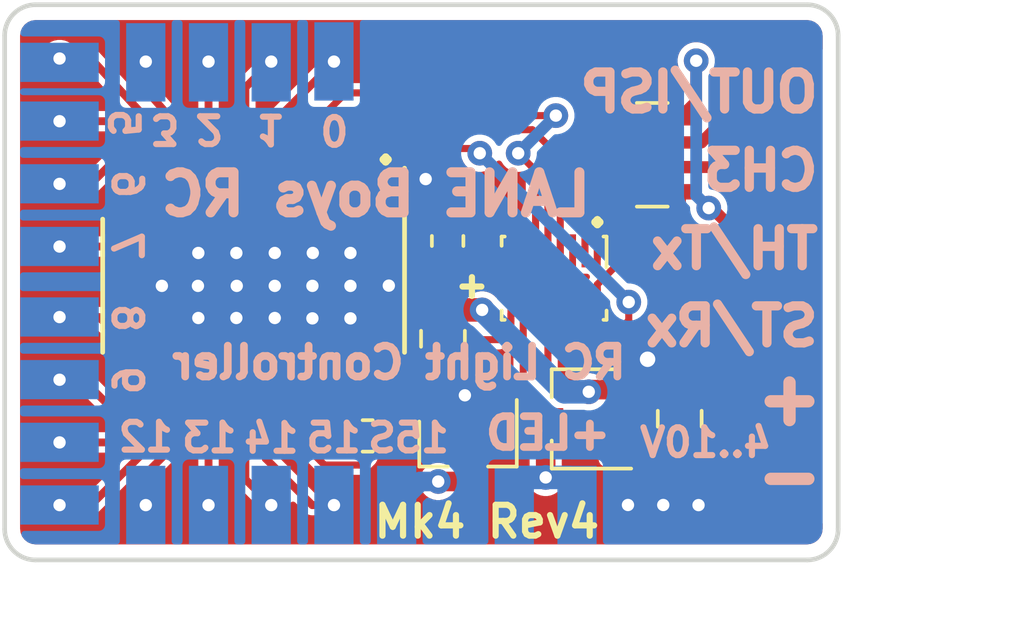
<source format=kicad_pcb>
(kicad_pcb (version 20171130) (host pcbnew 5.1.9-73d0e3b20d~88~ubuntu18.04.1)

  (general
    (thickness 1.6)
    (drawings 70)
    (tracks 249)
    (zones 0)
    (modules 34)
    (nets 36)
  )

  (page A4)
  (layers
    (0 Top signal)
    (31 Bottom signal)
    (32 B.Adhes user hide)
    (33 F.Adhes user hide)
    (34 B.Paste user hide)
    (35 F.Paste user)
    (36 B.SilkS user)
    (37 F.SilkS user)
    (38 B.Mask user)
    (39 F.Mask user)
    (40 Dwgs.User user hide)
    (41 Cmts.User user)
    (42 Eco1.User user hide)
    (43 Eco2.User user hide)
    (44 Edge.Cuts user)
    (45 Margin user hide)
    (46 B.CrtYd user hide)
    (47 F.CrtYd user)
    (48 B.Fab user hide)
    (49 F.Fab user hide)
  )

  (setup
    (last_trace_width 0.254)
    (user_trace_width 0.2032)
    (user_trace_width 0.2286)
    (user_trace_width 0.381)
    (user_trace_width 0.508)
    (user_trace_width 0.635)
    (user_trace_width 0.762)
    (trace_clearance 0.1524)
    (zone_clearance 0.2032)
    (zone_45_only no)
    (trace_min 0.1524)
    (via_size 0.8)
    (via_drill 0.5)
    (via_min_size 0.4)
    (via_min_drill 0.3)
    (uvia_size 0.3)
    (uvia_drill 0.1)
    (uvias_allowed no)
    (uvia_min_size 0.2)
    (uvia_min_drill 0.1)
    (edge_width 0.15)
    (segment_width 0.2)
    (pcb_text_width 0.3)
    (pcb_text_size 1.5 1.5)
    (mod_edge_width 0.15)
    (mod_text_size 1 1)
    (mod_text_width 0.15)
    (pad_size 1.524 1.524)
    (pad_drill 0.762)
    (pad_to_mask_clearance 0.0254)
    (solder_mask_min_width 0.1524)
    (pad_to_paste_clearance_ratio -0.05)
    (aux_axis_origin 135 114)
    (grid_origin 135 114)
    (visible_elements 7FFFFF7F)
    (pcbplotparams
      (layerselection 0x010f8_ffffffff)
      (usegerberextensions false)
      (usegerberattributes false)
      (usegerberadvancedattributes false)
      (creategerberjobfile false)
      (excludeedgelayer true)
      (linewidth 0.100000)
      (plotframeref false)
      (viasonmask false)
      (mode 1)
      (useauxorigin false)
      (hpglpennumber 1)
      (hpglpenspeed 20)
      (hpglpendiameter 15.000000)
      (psnegative false)
      (psa4output false)
      (plotreference true)
      (plotvalue true)
      (plotinvisibletext false)
      (padsonsilk false)
      (subtractmaskfromsilk true)
      (outputformat 1)
      (mirror false)
      (drillshape 0)
      (scaleselection 1)
      (outputdirectory "gerber/"))
  )

  (net 0 "")
  (net 1 +3V3)
  (net 2 GND)
  (net 3 /GSCLK)
  (net 4 /SIN)
  (net 5 /SCLK)
  (net 6 /XLAT)
  (net 7 /BLANK)
  (net 8 /VIN)
  (net 9 /OUT-SWITCHED)
  (net 10 /OUT0)
  (net 11 /OUT1)
  (net 12 /OUT2)
  (net 13 /OUT3)
  (net 14 /OUT4)
  (net 15 /OUT5)
  (net 16 /OUT6)
  (net 17 /OUT7)
  (net 18 /OUT8)
  (net 19 /OUT9)
  (net 20 /OUT10)
  (net 21 /OUT11)
  (net 22 /OUT12)
  (net 23 /OUT13)
  (net 24 /OUT14)
  (net 25 /OUT15)
  (net 26 /OUT15S)
  (net 27 /ST-IN)
  (net 28 /TH-IN)
  (net 29 /AUX-IN)
  (net 30 /OUT-ISP-OUT)
  (net 31 /IREF)
  (net 32 /TH-TX)
  (net 33 /OUT-ISP)
  (net 34 /ST-RX)
  (net 35 /AUX)

  (net_class Default "This is the default net class."
    (clearance 0.1524)
    (trace_width 0.254)
    (via_dia 0.8)
    (via_drill 0.5)
    (uvia_dia 0.3)
    (uvia_drill 0.1)
    (diff_pair_width 0.2032)
    (diff_pair_gap 0.254)
    (add_net +3V3)
    (add_net /AUX)
    (add_net /AUX-IN)
    (add_net /BLANK)
    (add_net /GSCLK)
    (add_net /IREF)
    (add_net /OUT-ISP)
    (add_net /OUT-ISP-OUT)
    (add_net /OUT-SWITCHED)
    (add_net /OUT0)
    (add_net /OUT1)
    (add_net /OUT10)
    (add_net /OUT11)
    (add_net /OUT12)
    (add_net /OUT13)
    (add_net /OUT14)
    (add_net /OUT15)
    (add_net /OUT15S)
    (add_net /OUT2)
    (add_net /OUT3)
    (add_net /OUT4)
    (add_net /OUT5)
    (add_net /OUT6)
    (add_net /OUT7)
    (add_net /OUT8)
    (add_net /OUT9)
    (add_net /SCLK)
    (add_net /SIN)
    (add_net /ST-IN)
    (add_net /ST-RX)
    (add_net /TH-IN)
    (add_net /TH-TX)
    (add_net /VIN)
    (add_net /XLAT)
    (add_net GND)
  )

  (module Capacitor_SMD:C_0805_2012Metric (layer Top) (tedit 601FDAD8) (tstamp 5C81F495)
    (at 149.1996 106.8324 270)
    (descr "Capacitor SMD 0805 (2012 Metric), square (rectangular) end terminal, IPC_7351 nominal, (Body size source: https://docs.google.com/spreadsheets/d/1BsfQQcO9C6DZCsRaXUlFlo91Tg2WpOkGARC1WS5S8t0/edit?usp=sharing), generated with kicad-footprint-generator")
    (tags capacitor)
    (path /5C870864)
    (attr smd)
    (fp_text reference C2 (at 0 -1.65 90) (layer F.SilkS) hide
      (effects (font (size 1 1) (thickness 0.15)))
    )
    (fp_text value 47u/6V3 (at 0.1572 -3.3772) (layer F.Fab)
      (effects (font (size 0.8 0.8) (thickness 0.15)))
    )
    (fp_line (start -1 0.6) (end -1 -0.6) (layer F.Fab) (width 0.1))
    (fp_line (start -1 -0.6) (end 1 -0.6) (layer F.Fab) (width 0.1))
    (fp_line (start 1 -0.6) (end 1 0.6) (layer F.Fab) (width 0.1))
    (fp_line (start 1 0.6) (end -1 0.6) (layer F.Fab) (width 0.1))
    (fp_line (start -0.258578 -0.71) (end 0.258578 -0.71) (layer F.SilkS) (width 0.12))
    (fp_line (start -0.258578 0.71) (end 0.258578 0.71) (layer F.SilkS) (width 0.12))
    (fp_line (start -1.68 0.95) (end -1.68 -0.95) (layer F.CrtYd) (width 0.05))
    (fp_line (start -1.68 -0.95) (end 1.68 -0.95) (layer F.CrtYd) (width 0.05))
    (fp_line (start 1.68 -0.95) (end 1.68 0.95) (layer F.CrtYd) (width 0.05))
    (fp_line (start 1.68 0.95) (end -1.68 0.95) (layer F.CrtYd) (width 0.05))
    (fp_text user %R (at 0 0 90) (layer F.Fab)
      (effects (font (size 0.5 0.5) (thickness 0.08)))
    )
    (pad 1 smd roundrect (at -0.9375 0 270) (size 0.975 1.4) (layers Top F.Paste F.Mask) (roundrect_rratio 0.25)
      (net 1 +3V3))
    (pad 2 smd roundrect (at 0.9375 0 270) (size 0.975 1.4) (layers Top F.Paste F.Mask) (roundrect_rratio 0.25)
      (net 2 GND))
    (model ${KISYS3DMOD}/Capacitor_SMD.3dshapes/C_0805_2012Metric.wrl
      (at (xyz 0 0 0))
      (scale (xyz 1 1 1))
      (rotate (xyz 0 0 0))
    )
  )

  (module Package_TO_SOT_SMD:SOT-23W (layer Top) (tedit 5A02FF57) (tstamp 5C81BBC1)
    (at 153.7971 109.4316 180)
    (descr "SOT-23W http://www.allegromicro.com/~/media/Files/Datasheets/A112x-Datasheet.ashx?la=en&hash=7BC461E058CC246E0BAB62433B2F1ECA104CA9D3")
    (tags SOT-23W)
    (path /09B5DC2D)
    (attr smd)
    (fp_text reference U1 (at 0 -2.5) (layer F.SilkS) hide
      (effects (font (size 1 1) (thickness 0.15)))
    )
    (fp_text value 3V3 (at 0 2.5) (layer F.Fab)
      (effects (font (size 1 1) (thickness 0.15)))
    )
    (fp_line (start 1.075 -1.61) (end 1.075 -0.7) (layer F.SilkS) (width 0.12))
    (fp_line (start 1.075 0.7) (end 1.075 1.61) (layer F.SilkS) (width 0.12))
    (fp_line (start -1.5 -1.61) (end 1.075 -1.61) (layer F.SilkS) (width 0.12))
    (fp_line (start -1.075 1.61) (end 1.075 1.61) (layer F.SilkS) (width 0.12))
    (fp_line (start -0.955 -0.49) (end -0.955 1.49) (layer F.Fab) (width 0.1))
    (fp_line (start 0.045 -1.49) (end 0.955 -1.49) (layer F.Fab) (width 0.1))
    (fp_line (start -0.955 -0.49) (end 0.045 -1.49) (layer F.Fab) (width 0.1))
    (fp_line (start 0.955 -1.49) (end 0.955 1.49) (layer F.Fab) (width 0.1))
    (fp_line (start -0.955 1.49) (end 0.955 1.49) (layer F.Fab) (width 0.1))
    (fp_line (start -1.95 -1.74) (end 1.95 -1.74) (layer F.CrtYd) (width 0.05))
    (fp_line (start 1.95 -1.74) (end 1.95 1.74) (layer F.CrtYd) (width 0.05))
    (fp_line (start 1.95 1.74) (end -1.95 1.74) (layer F.CrtYd) (width 0.05))
    (fp_line (start -1.95 1.74) (end -1.95 -1.74) (layer F.CrtYd) (width 0.05))
    (fp_text user %R (at 0 0 90) (layer F.Fab)
      (effects (font (size 0.5 0.5) (thickness 0.075)))
    )
    (pad 3 smd rect (at 1.2 0 180) (size 1 0.7) (layers Top F.Paste F.Mask)
      (net 8 /VIN))
    (pad 2 smd rect (at -1.2 0.95 180) (size 1 0.7) (layers Top F.Paste F.Mask)
      (net 1 +3V3))
    (pad 1 smd rect (at -1.2 -0.95 180) (size 1 0.7) (layers Top F.Paste F.Mask)
      (net 2 GND))
    (model ${KISYS3DMOD}/Package_TO_SOT_SMD.3dshapes/SOT-23W.wrl
      (at (xyz 0 0 0))
      (scale (xyz 1 1 1))
      (rotate (xyz 0 0 0))
    )
  )

  (module Resistor_SMD:R_Array_Convex_4x0603 (layer Top) (tedit 58E0A8B2) (tstamp 601FA364)
    (at 155.9804 100.8682 180)
    (descr "Chip Resistor Network, ROHM MNR14 (see mnr_g.pdf)")
    (tags "resistor array")
    (path /6034971B)
    (attr smd)
    (fp_text reference RN1 (at 0 -2.8) (layer F.SilkS) hide
      (effects (font (size 1 1) (thickness 0.15)))
    )
    (fp_text value 1K (at 0 2.8) (layer F.Fab)
      (effects (font (size 1 1) (thickness 0.15)))
    )
    (fp_line (start -0.8 -1.6) (end 0.8 -1.6) (layer F.Fab) (width 0.1))
    (fp_line (start 0.8 -1.6) (end 0.8 1.6) (layer F.Fab) (width 0.1))
    (fp_line (start 0.8 1.6) (end -0.8 1.6) (layer F.Fab) (width 0.1))
    (fp_line (start -0.8 1.6) (end -0.8 -1.6) (layer F.Fab) (width 0.1))
    (fp_line (start 0.5 1.68) (end -0.5 1.68) (layer F.SilkS) (width 0.12))
    (fp_line (start 0.5 -1.68) (end -0.5 -1.68) (layer F.SilkS) (width 0.12))
    (fp_line (start -1.55 -1.85) (end 1.55 -1.85) (layer F.CrtYd) (width 0.05))
    (fp_line (start -1.55 -1.85) (end -1.55 1.85) (layer F.CrtYd) (width 0.05))
    (fp_line (start 1.55 1.85) (end 1.55 -1.85) (layer F.CrtYd) (width 0.05))
    (fp_line (start 1.55 1.85) (end -1.55 1.85) (layer F.CrtYd) (width 0.05))
    (fp_text user %R (at 0 0 90) (layer F.Fab)
      (effects (font (size 0.5 0.5) (thickness 0.075)))
    )
    (pad 5 smd rect (at 0.9 1.2 180) (size 0.8 0.5) (layers Top F.Paste F.Mask)
      (net 32 /TH-TX))
    (pad 6 smd rect (at 0.9 0.4 180) (size 0.8 0.4) (layers Top F.Paste F.Mask)
      (net 33 /OUT-ISP))
    (pad 8 smd rect (at 0.9 -1.2 180) (size 0.8 0.5) (layers Top F.Paste F.Mask)
      (net 34 /ST-RX))
    (pad 7 smd rect (at 0.9 -0.4 180) (size 0.8 0.4) (layers Top F.Paste F.Mask)
      (net 35 /AUX))
    (pad 4 smd rect (at -0.9 1.2 180) (size 0.8 0.5) (layers Top F.Paste F.Mask)
      (net 28 /TH-IN))
    (pad 2 smd rect (at -0.9 -0.4 180) (size 0.8 0.4) (layers Top F.Paste F.Mask)
      (net 29 /AUX-IN))
    (pad 3 smd rect (at -0.9 0.4 180) (size 0.8 0.4) (layers Top F.Paste F.Mask)
      (net 30 /OUT-ISP-OUT))
    (pad 1 smd rect (at -0.9 -1.2 180) (size 0.8 0.5) (layers Top F.Paste F.Mask)
      (net 27 /ST-IN))
    (model ${KISYS3DMOD}/Resistor_SMD.3dshapes/R_Array_Convex_4x0603.wrl
      (at (xyz 0 0 0))
      (scale (xyz 1 1 1))
      (rotate (xyz 0 0 0))
    )
  )

  (module Package_SON:NXP_XSON-16 (layer Top) (tedit 5A02F1D8) (tstamp 5CB827E2)
    (at 152.8 104.8687 270)
    (descr http://www.nxp.com/documents/outline_drawing/SOT1341-1.pdf)
    (tags "NXP XSON SOT-1341")
    (path /563110E3)
    (attr smd)
    (fp_text reference U2 (at 0 -3 90) (layer F.SilkS) hide
      (effects (font (size 1 1) (thickness 0.15)))
    )
    (fp_text value LPC812 (at 0 3 90) (layer F.Fab)
      (effects (font (size 1 1) (thickness 0.15)))
    )
    (fp_line (start 1.35 -1.7) (end 1.35 -1.6) (layer F.SilkS) (width 0.12))
    (fp_line (start 1.35 -1.7) (end 1.05 -1.7) (layer F.SilkS) (width 0.12))
    (fp_line (start -0.65 -1.6) (end -1.25 -1) (layer F.Fab) (width 0.1))
    (fp_line (start 1.25 -1.6) (end 1.25 1.6) (layer F.Fab) (width 0.1))
    (fp_line (start -1.25 1.6) (end 1.25 1.6) (layer F.Fab) (width 0.1))
    (fp_line (start -0.625 -1.6) (end 1.25 -1.6) (layer F.Fab) (width 0.1))
    (fp_line (start -1.25 -0.975) (end -1.25 1.6) (layer F.Fab) (width 0.1))
    (fp_line (start 1.35 1.7) (end 1.05 1.7) (layer F.SilkS) (width 0.12))
    (fp_line (start 1.35 1.6) (end 1.35 1.7) (layer F.SilkS) (width 0.12))
    (fp_line (start -1.35 1.6) (end -1.35 1.7) (layer F.SilkS) (width 0.12))
    (fp_line (start -1.35 1.7) (end -1.05 1.7) (layer F.SilkS) (width 0.12))
    (fp_line (start -1.35 -1.7) (end -1.35 -1.6) (layer F.SilkS) (width 0.12))
    (fp_line (start -1.35 -1.7) (end -0.35 -1.7) (layer F.SilkS) (width 0.12))
    (fp_line (start -1.67 -1.85) (end 1.67 -1.85) (layer F.CrtYd) (width 0.05))
    (fp_line (start -1.67 -1.85) (end -1.67 1.85) (layer F.CrtYd) (width 0.05))
    (fp_line (start 1.67 1.85) (end 1.67 -1.85) (layer F.CrtYd) (width 0.05))
    (fp_line (start 1.67 1.85) (end -1.67 1.85) (layer F.CrtYd) (width 0.05))
    (fp_text user %R (at 0 0 90) (layer F.Fab)
      (effects (font (size 0.6 0.6) (thickness 0.1)))
    )
    (pad 9 smd rect (at 0.885 1.4 270) (size 1.07 0.22) (layers Top F.Paste F.Mask)
      (net 3 /GSCLK))
    (pad 10 smd rect (at 0.885 1 270) (size 1.07 0.22) (layers Top F.Paste F.Mask)
      (net 9 /OUT-SWITCHED))
    (pad 11 smd rect (at 0.885 0.6 270) (size 1.07 0.22) (layers Top F.Paste F.Mask))
    (pad 12 smd rect (at 0.885 0.2 270) (size 1.07 0.22) (layers Top F.Paste F.Mask)
      (net 1 +3V3))
    (pad 13 smd rect (at 0.885 -0.2 270) (size 1.07 0.22) (layers Top F.Paste F.Mask)
      (net 2 GND))
    (pad 14 smd rect (at 0.885 -0.6 270) (size 1.07 0.22) (layers Top F.Paste F.Mask)
      (net 4 /SIN))
    (pad 15 smd rect (at 0.885 -1 270) (size 1.07 0.22) (layers Top F.Paste F.Mask)
      (net 7 /BLANK))
    (pad 8 smd rect (at -0.885 1.4 270) (size 1.07 0.22) (layers Top F.Paste F.Mask))
    (pad 7 smd rect (at -0.885 1 270) (size 1.07 0.22) (layers Top F.Paste F.Mask))
    (pad 6 smd rect (at -0.885 0.6 270) (size 1.07 0.22) (layers Top F.Paste F.Mask)
      (net 5 /SCLK))
    (pad 5 smd rect (at -0.885 0.2 270) (size 1.07 0.22) (layers Top F.Paste F.Mask)
      (net 6 /XLAT))
    (pad 4 smd rect (at -0.885 -0.2 270) (size 1.07 0.22) (layers Top F.Paste F.Mask)
      (net 32 /TH-TX))
    (pad 3 smd rect (at -0.885 -0.6 270) (size 1.07 0.22) (layers Top F.Paste F.Mask))
    (pad 2 smd rect (at -0.885 -1 270) (size 1.07 0.22) (layers Top F.Paste F.Mask)
      (net 33 /OUT-ISP))
    (pad 16 smd rect (at 0.885 -1.4 270) (size 1.07 0.22) (layers Top F.Paste F.Mask)
      (net 34 /ST-RX))
    (pad 1 smd rect (at -0.885 -1.4 270) (size 1.07 0.22) (layers Top F.Paste F.Mask)
      (net 35 /AUX))
    (model ${KISYS3DMOD}/Package_SON.3dshapes/NXP_XSON-16.wrl
      (at (xyz 0 0 0))
      (scale (xyz 1 1 1))
      (rotate (xyz 0 0 0))
    )
  )

  (module Package_TO_SOT_SMD:SOT-23 (layer Top) (tedit 5A02FF57) (tstamp 5C81BCC1)
    (at 150.0114 110.2154 270)
    (descr "SOT-23, Standard")
    (tags SOT-23)
    (path /8692C711)
    (attr smd)
    (fp_text reference T1 (at 0 -2.5 90) (layer F.SilkS) hide
      (effects (font (size 1 1) (thickness 0.15)))
    )
    (fp_text value NMOSSOT23 (at 0 2.5 90) (layer F.Fab)
      (effects (font (size 1 1) (thickness 0.15)))
    )
    (fp_line (start -0.7 -0.95) (end -0.7 1.5) (layer F.Fab) (width 0.1))
    (fp_line (start -0.15 -1.52) (end 0.7 -1.52) (layer F.Fab) (width 0.1))
    (fp_line (start -0.7 -0.95) (end -0.15 -1.52) (layer F.Fab) (width 0.1))
    (fp_line (start 0.7 -1.52) (end 0.7 1.52) (layer F.Fab) (width 0.1))
    (fp_line (start -0.7 1.52) (end 0.7 1.52) (layer F.Fab) (width 0.1))
    (fp_line (start 0.76 1.58) (end 0.76 0.65) (layer F.SilkS) (width 0.12))
    (fp_line (start 0.76 -1.58) (end 0.76 -0.65) (layer F.SilkS) (width 0.12))
    (fp_line (start -1.7 -1.75) (end 1.7 -1.75) (layer F.CrtYd) (width 0.05))
    (fp_line (start 1.7 -1.75) (end 1.7 1.75) (layer F.CrtYd) (width 0.05))
    (fp_line (start 1.7 1.75) (end -1.7 1.75) (layer F.CrtYd) (width 0.05))
    (fp_line (start -1.7 1.75) (end -1.7 -1.75) (layer F.CrtYd) (width 0.05))
    (fp_line (start 0.76 -1.58) (end -1.4 -1.58) (layer F.SilkS) (width 0.12))
    (fp_line (start 0.76 1.58) (end -0.7 1.58) (layer F.SilkS) (width 0.12))
    (fp_text user %R (at 0 0) (layer F.Fab)
      (effects (font (size 0.5 0.5) (thickness 0.075)))
    )
    (pad 3 smd rect (at 1 0 270) (size 0.9 0.8) (layers Top F.Paste F.Mask)
      (net 26 /OUT15S))
    (pad 2 smd rect (at -1 0.95 270) (size 0.9 0.8) (layers Top F.Paste F.Mask)
      (net 2 GND))
    (pad 1 smd rect (at -1 -0.95 270) (size 0.9 0.8) (layers Top F.Paste F.Mask)
      (net 9 /OUT-SWITCHED))
    (model ${KISYS3DMOD}/Package_TO_SOT_SMD.3dshapes/SOT-23.wrl
      (at (xyz 0 0 0))
      (scale (xyz 1 1 1))
      (rotate (xyz 0 0 0))
    )
  )

  (module rc-light-controller-tlc5940-lpc812:SOP65P640X120-29N (layer Top) (tedit 5CD12D38) (tstamp 5C82FD92)
    (at 143.1291 105.1136 270)
    (path /840783A6)
    (solder_paste_margin -0.0127)
    (fp_text reference U3 (at -3.4544 -5.715 270) (layer F.SilkS) hide
      (effects (font (size 1.97866 1.97866) (thickness 0.197866)) (justify left bottom))
    )
    (fp_text value TLC5940PWP (at 0.3012 4.0397) (layer F.Fab)
      (effects (font (size 0.8 0.8) (thickness 0.2)) (justify left bottom))
    )
    (fp_line (start -2.2606 -4.9022) (end -2.2606 4.9022) (layer F.Fab) (width 0.1))
    (fp_line (start -0.3048 -4.9022) (end -2.2606 -4.9022) (layer F.Fab) (width 0.1))
    (fp_line (start 0.3048 -4.9022) (end -0.3048 -4.9022) (layer F.Fab) (width 0.1))
    (fp_line (start 2.2606 -4.9022) (end 0.3048 -4.9022) (layer F.Fab) (width 0.1))
    (fp_line (start 2.2606 4.9022) (end 2.2606 -4.9022) (layer F.Fab) (width 0.1))
    (fp_line (start -2.2606 4.9022) (end 2.2606 4.9022) (layer F.Fab) (width 0.1))
    (fp_line (start 3.302 -4.3688) (end 2.2606 -4.3688) (layer F.Fab) (width 0.1))
    (fp_line (start 3.302 -4.064) (end 3.302 -4.3688) (layer F.Fab) (width 0.1))
    (fp_line (start 2.2606 -4.064) (end 3.302 -4.064) (layer F.Fab) (width 0.1))
    (fp_line (start 2.2606 -4.3688) (end 2.2606 -4.064) (layer F.Fab) (width 0.1))
    (fp_line (start 3.302 -3.7338) (end 2.2606 -3.7338) (layer F.Fab) (width 0.1))
    (fp_line (start 3.302 -3.429) (end 3.302 -3.7338) (layer F.Fab) (width 0.1))
    (fp_line (start 2.2606 -3.429) (end 3.302 -3.429) (layer F.Fab) (width 0.1))
    (fp_line (start 2.2606 -3.7338) (end 2.2606 -3.429) (layer F.Fab) (width 0.1))
    (fp_line (start 3.302 -3.0734) (end 2.2606 -3.0734) (layer F.Fab) (width 0.1))
    (fp_line (start 3.302 -2.7686) (end 3.302 -3.0734) (layer F.Fab) (width 0.1))
    (fp_line (start 2.2606 -2.7686) (end 3.302 -2.7686) (layer F.Fab) (width 0.1))
    (fp_line (start 2.2606 -3.0734) (end 2.2606 -2.7686) (layer F.Fab) (width 0.1))
    (fp_line (start 3.302 -2.413) (end 2.2606 -2.413) (layer F.Fab) (width 0.1))
    (fp_line (start 3.302 -2.1336) (end 3.302 -2.413) (layer F.Fab) (width 0.1))
    (fp_line (start 2.2606 -2.1336) (end 3.302 -2.1336) (layer F.Fab) (width 0.1))
    (fp_line (start 2.2606 -2.413) (end 2.2606 -2.1336) (layer F.Fab) (width 0.1))
    (fp_line (start 3.302 -1.778) (end 2.2606 -1.778) (layer F.Fab) (width 0.1))
    (fp_line (start 3.302 -1.4732) (end 3.302 -1.778) (layer F.Fab) (width 0.1))
    (fp_line (start 2.2606 -1.4732) (end 3.302 -1.4732) (layer F.Fab) (width 0.1))
    (fp_line (start 2.2606 -1.778) (end 2.2606 -1.4732) (layer F.Fab) (width 0.1))
    (fp_line (start 3.302 -1.1176) (end 2.2606 -1.1176) (layer F.Fab) (width 0.1))
    (fp_line (start 3.302 -0.8128) (end 3.302 -1.1176) (layer F.Fab) (width 0.1))
    (fp_line (start 2.2606 -0.8128) (end 3.302 -0.8128) (layer F.Fab) (width 0.1))
    (fp_line (start 2.2606 -1.1176) (end 2.2606 -0.8128) (layer F.Fab) (width 0.1))
    (fp_line (start 3.302 -0.4826) (end 2.2606 -0.4826) (layer F.Fab) (width 0.1))
    (fp_line (start 3.302 -0.1778) (end 3.302 -0.4826) (layer F.Fab) (width 0.1))
    (fp_line (start 2.2606 -0.1778) (end 3.302 -0.1778) (layer F.Fab) (width 0.1))
    (fp_line (start 2.2606 -0.4826) (end 2.2606 -0.1778) (layer F.Fab) (width 0.1))
    (fp_line (start 3.302 0.1778) (end 2.2606 0.1778) (layer F.Fab) (width 0.1))
    (fp_line (start 3.302 0.4826) (end 3.302 0.1778) (layer F.Fab) (width 0.1))
    (fp_line (start 2.2606 0.4826) (end 3.302 0.4826) (layer F.Fab) (width 0.1))
    (fp_line (start 2.2606 0.1778) (end 2.2606 0.4826) (layer F.Fab) (width 0.1))
    (fp_line (start 3.302 0.8128) (end 2.2606 0.8128) (layer F.Fab) (width 0.1))
    (fp_line (start 3.302 1.1176) (end 3.302 0.8128) (layer F.Fab) (width 0.1))
    (fp_line (start 2.2606 1.1176) (end 3.302 1.1176) (layer F.Fab) (width 0.1))
    (fp_line (start 2.2606 0.8128) (end 2.2606 1.1176) (layer F.Fab) (width 0.1))
    (fp_line (start 3.302 1.4732) (end 2.2606 1.4732) (layer F.Fab) (width 0.1))
    (fp_line (start 3.302 1.778) (end 3.302 1.4732) (layer F.Fab) (width 0.1))
    (fp_line (start 2.2606 1.778) (end 3.302 1.778) (layer F.Fab) (width 0.1))
    (fp_line (start 2.2606 1.4732) (end 2.2606 1.778) (layer F.Fab) (width 0.1))
    (fp_line (start 3.302 2.1336) (end 2.2606 2.1336) (layer F.Fab) (width 0.1))
    (fp_line (start 3.302 2.413) (end 3.302 2.1336) (layer F.Fab) (width 0.1))
    (fp_line (start 2.2606 2.413) (end 3.302 2.413) (layer F.Fab) (width 0.1))
    (fp_line (start 2.2606 2.1336) (end 2.2606 2.413) (layer F.Fab) (width 0.1))
    (fp_line (start 3.302 2.7686) (end 2.2606 2.7686) (layer F.Fab) (width 0.1))
    (fp_line (start 3.302 3.0734) (end 3.302 2.7686) (layer F.Fab) (width 0.1))
    (fp_line (start 2.2606 3.0734) (end 3.302 3.0734) (layer F.Fab) (width 0.1))
    (fp_line (start 2.2606 2.7686) (end 2.2606 3.0734) (layer F.Fab) (width 0.1))
    (fp_line (start 3.302 3.429) (end 2.2606 3.429) (layer F.Fab) (width 0.1))
    (fp_line (start 3.302 3.7338) (end 3.302 3.429) (layer F.Fab) (width 0.1))
    (fp_line (start 2.2606 3.7338) (end 3.302 3.7338) (layer F.Fab) (width 0.1))
    (fp_line (start 2.2606 3.429) (end 2.2606 3.7338) (layer F.Fab) (width 0.1))
    (fp_line (start 3.302 4.064) (end 2.2606 4.064) (layer F.Fab) (width 0.1))
    (fp_line (start 3.302 4.3688) (end 3.302 4.064) (layer F.Fab) (width 0.1))
    (fp_line (start 2.2606 4.3688) (end 3.302 4.3688) (layer F.Fab) (width 0.1))
    (fp_line (start 2.2606 4.064) (end 2.2606 4.3688) (layer F.Fab) (width 0.1))
    (fp_line (start -3.302 4.3688) (end -2.2606 4.3688) (layer F.Fab) (width 0.1))
    (fp_line (start -3.302 4.064) (end -3.302 4.3688) (layer F.Fab) (width 0.1))
    (fp_line (start -2.2606 4.064) (end -3.302 4.064) (layer F.Fab) (width 0.1))
    (fp_line (start -2.2606 4.3688) (end -2.2606 4.064) (layer F.Fab) (width 0.1))
    (fp_line (start -3.302 3.7338) (end -2.2606 3.7338) (layer F.Fab) (width 0.1))
    (fp_line (start -3.302 3.429) (end -3.302 3.7338) (layer F.Fab) (width 0.1))
    (fp_line (start -2.2606 3.429) (end -3.302 3.429) (layer F.Fab) (width 0.1))
    (fp_line (start -2.2606 3.7338) (end -2.2606 3.429) (layer F.Fab) (width 0.1))
    (fp_line (start -3.302 3.0734) (end -2.2606 3.0734) (layer F.Fab) (width 0.1))
    (fp_line (start -3.302 2.7686) (end -3.302 3.0734) (layer F.Fab) (width 0.1))
    (fp_line (start -2.2606 2.7686) (end -3.302 2.7686) (layer F.Fab) (width 0.1))
    (fp_line (start -2.2606 3.0734) (end -2.2606 2.7686) (layer F.Fab) (width 0.1))
    (fp_line (start -3.302 2.413) (end -2.2606 2.413) (layer F.Fab) (width 0.1))
    (fp_line (start -3.302 2.1336) (end -3.302 2.413) (layer F.Fab) (width 0.1))
    (fp_line (start -2.2606 2.1336) (end -3.302 2.1336) (layer F.Fab) (width 0.1))
    (fp_line (start -2.2606 2.413) (end -2.2606 2.1336) (layer F.Fab) (width 0.1))
    (fp_line (start -3.302 1.778) (end -2.2606 1.778) (layer F.Fab) (width 0.1))
    (fp_line (start -3.302 1.4732) (end -3.302 1.778) (layer F.Fab) (width 0.1))
    (fp_line (start -2.2606 1.4732) (end -3.302 1.4732) (layer F.Fab) (width 0.1))
    (fp_line (start -2.2606 1.778) (end -2.2606 1.4732) (layer F.Fab) (width 0.1))
    (fp_line (start -3.302 1.1176) (end -2.2606 1.1176) (layer F.Fab) (width 0.1))
    (fp_line (start -3.302 0.8128) (end -3.302 1.1176) (layer F.Fab) (width 0.1))
    (fp_line (start -2.2606 0.8128) (end -3.302 0.8128) (layer F.Fab) (width 0.1))
    (fp_line (start -2.2606 1.1176) (end -2.2606 0.8128) (layer F.Fab) (width 0.1))
    (fp_line (start -3.302 0.4826) (end -2.2606 0.4826) (layer F.Fab) (width 0.1))
    (fp_line (start -3.302 0.1778) (end -3.302 0.4826) (layer F.Fab) (width 0.1))
    (fp_line (start -2.2606 0.1778) (end -3.302 0.1778) (layer F.Fab) (width 0.1))
    (fp_line (start -2.2606 0.4826) (end -2.2606 0.1778) (layer F.Fab) (width 0.1))
    (fp_line (start -3.302 -0.1778) (end -2.2606 -0.1778) (layer F.Fab) (width 0.1))
    (fp_line (start -3.302 -0.4826) (end -3.302 -0.1778) (layer F.Fab) (width 0.1))
    (fp_line (start -2.2606 -0.4826) (end -3.302 -0.4826) (layer F.Fab) (width 0.1))
    (fp_line (start -2.2606 -0.1778) (end -2.2606 -0.4826) (layer F.Fab) (width 0.1))
    (fp_line (start -3.302 -0.8128) (end -2.2606 -0.8128) (layer F.Fab) (width 0.1))
    (fp_line (start -3.302 -1.1176) (end -3.302 -0.8128) (layer F.Fab) (width 0.1))
    (fp_line (start -2.2606 -1.1176) (end -3.302 -1.1176) (layer F.Fab) (width 0.1))
    (fp_line (start -2.2606 -0.8128) (end -2.2606 -1.1176) (layer F.Fab) (width 0.1))
    (fp_line (start -3.302 -1.4732) (end -2.2606 -1.4732) (layer F.Fab) (width 0.1))
    (fp_line (start -3.302 -1.778) (end -3.302 -1.4732) (layer F.Fab) (width 0.1))
    (fp_line (start -2.2606 -1.778) (end -3.302 -1.778) (layer F.Fab) (width 0.1))
    (fp_line (start -2.2606 -1.4732) (end -2.2606 -1.778) (layer F.Fab) (width 0.1))
    (fp_line (start -3.302 -2.1336) (end -2.2606 -2.1336) (layer F.Fab) (width 0.1))
    (fp_line (start -3.302 -2.413) (end -3.302 -2.1336) (layer F.Fab) (width 0.1))
    (fp_line (start -2.2606 -2.413) (end -3.302 -2.413) (layer F.Fab) (width 0.1))
    (fp_line (start -2.2606 -2.1336) (end -2.2606 -2.413) (layer F.Fab) (width 0.1))
    (fp_line (start -3.302 -2.7686) (end -2.2606 -2.7686) (layer F.Fab) (width 0.1))
    (fp_line (start -3.302 -3.0734) (end -3.302 -2.7686) (layer F.Fab) (width 0.1))
    (fp_line (start -2.2606 -3.0734) (end -3.302 -3.0734) (layer F.Fab) (width 0.1))
    (fp_line (start -2.2606 -2.7686) (end -2.2606 -3.0734) (layer F.Fab) (width 0.1))
    (fp_line (start -3.302 -3.429) (end -2.2606 -3.429) (layer F.Fab) (width 0.1))
    (fp_line (start -3.302 -3.7338) (end -3.302 -3.429) (layer F.Fab) (width 0.1))
    (fp_line (start -2.2606 -3.7338) (end -3.302 -3.7338) (layer F.Fab) (width 0.1))
    (fp_line (start -2.2606 -3.429) (end -2.2606 -3.7338) (layer F.Fab) (width 0.1))
    (fp_line (start -3.302 -4.064) (end -2.2606 -4.064) (layer F.Fab) (width 0.1))
    (fp_line (start -3.302 -4.3688) (end -3.302 -4.064) (layer F.Fab) (width 0.1))
    (fp_line (start -2.2606 -4.3688) (end -3.302 -4.3688) (layer F.Fab) (width 0.1))
    (fp_line (start -2.2606 -4.064) (end -2.2606 -4.3688) (layer F.Fab) (width 0.1))
    (fp_line (start 2.159 -4.826) (end -3.81 -4.826) (layer F.SilkS) (width 0.1524))
    (fp_line (start -2.159 4.953) (end 2.159 4.953) (layer F.SilkS) (width 0.1524))
    (fp_poly (pts (xy 0.254 -2.921) (xy 0.889 -2.921) (xy 0.889 -2.286) (xy 0.254 -2.286)) (layer F.Mask) (width 0.15))
    (fp_poly (pts (xy 0.254 -1.635125) (xy 0.889 -1.635125) (xy 0.889 -1.000125) (xy 0.254 -1.000125)) (layer F.Mask) (width 0.15))
    (fp_poly (pts (xy 0.254 -0.34925) (xy 0.889 -0.34925) (xy 0.889 0.28575) (xy 0.254 0.28575)) (layer F.Mask) (width 0.15))
    (fp_poly (pts (xy 0.254 0.936625) (xy 0.889 0.936625) (xy 0.889 1.571625) (xy 0.254 1.571625)) (layer F.Mask) (width 0.15))
    (fp_poly (pts (xy 0.254 2.2225) (xy 0.889 2.2225) (xy 0.889 2.8575) (xy 0.254 2.8575)) (layer F.Mask) (width 0.15))
    (fp_poly (pts (xy -0.889 0.936625) (xy -0.254 0.936625) (xy -0.254 1.571625) (xy -0.889 1.571625)) (layer F.Mask) (width 0.15))
    (fp_poly (pts (xy -0.889 -2.921) (xy -0.254 -2.921) (xy -0.254 -2.286) (xy -0.889 -2.286)) (layer F.Mask) (width 0.15))
    (fp_poly (pts (xy -0.889 2.2225) (xy -0.254 2.2225) (xy -0.254 2.8575) (xy -0.889 2.8575)) (layer F.Mask) (width 0.15))
    (fp_poly (pts (xy -0.889 -1.635125) (xy -0.254 -1.635125) (xy -0.254 -1.000125) (xy -0.889 -1.000125)) (layer F.Mask) (width 0.15))
    (fp_poly (pts (xy -0.889 -0.34925) (xy -0.254 -0.34925) (xy -0.254 0.28575) (xy -0.889 0.28575)) (layer F.Mask) (width 0.15))
    (fp_poly (pts (xy -0.889 -2.794) (xy -0.254 -2.794) (xy -0.254 -2.159) (xy -0.889 -2.159)) (layer F.Paste) (width 0.15))
    (fp_poly (pts (xy -0.889 -1.55575) (xy -0.254 -1.55575) (xy -0.254 -0.92075) (xy -0.889 -0.92075)) (layer F.Paste) (width 0.15))
    (fp_poly (pts (xy -0.889 -0.3175) (xy -0.254 -0.3175) (xy -0.254 0.3175) (xy -0.889 0.3175)) (layer F.Paste) (width 0.15))
    (fp_poly (pts (xy -0.889 0.92075) (xy -0.254 0.92075) (xy -0.254 1.55575) (xy -0.889 1.55575)) (layer F.Paste) (width 0.15))
    (fp_poly (pts (xy -0.889 2.159) (xy -0.254 2.159) (xy -0.254 2.794) (xy -0.889 2.794)) (layer F.Paste) (width 0.15))
    (fp_poly (pts (xy 0.254 -2.794) (xy 0.889 -2.794) (xy 0.889 -2.159) (xy 0.254 -2.159)) (layer F.Paste) (width 0.15))
    (fp_poly (pts (xy 0.254 -1.55575) (xy 0.889 -1.55575) (xy 0.889 -0.92075) (xy 0.254 -0.92075)) (layer F.Paste) (width 0.15))
    (fp_poly (pts (xy 0.254 -0.3175) (xy 0.889 -0.3175) (xy 0.889 0.3175) (xy 0.254 0.3175)) (layer F.Paste) (width 0.15))
    (fp_poly (pts (xy 0.254 0.92075) (xy 0.889 0.92075) (xy 0.889 1.55575) (xy 0.254 1.55575)) (layer F.Paste) (width 0.15))
    (fp_poly (pts (xy 0.254 2.159) (xy 0.889 2.159) (xy 0.889 2.794) (xy 0.254 2.794)) (layer F.Paste) (width 0.15))
    (fp_text user * (at -3.7592 -4.445 270) (layer F.Fab)
      (effects (font (size 1.2065 1.2065) (thickness 0.0762)) (justify left bottom))
    )
    (fp_text user * (at -3.8946 -5.3466 270) (layer F.SilkS) hide
      (effects (font (size 1.2065 1.2065) (thickness 0.0762)) (justify left bottom))
    )
    (fp_arc (start 0 -4.9022) (end 0.3048 -4.9022) (angle 180) (layer F.Fab) (width 0.1))
    (pad 29 smd rect (at 0 0 270) (size 2.3876 6.1722) (layers Top F.Mask)
      (net 2 GND) (solder_mask_margin 0.0508) (zone_connect 2))
    (pad 28 smd rect (at 2.921 -4.2164 270) (size 1.4732 0.3556) (layers Top F.Paste F.Mask)
      (net 1 +3V3) (solder_mask_margin 0.0508))
    (pad 27 smd rect (at 2.921 -3.5814 270) (size 1.4732 0.3556) (layers Top F.Paste F.Mask)
      (net 31 /IREF) (solder_mask_margin 0.0508))
    (pad 26 smd rect (at 2.921 -2.921 270) (size 1.4732 0.3556) (layers Top F.Paste F.Mask)
      (net 1 +3V3) (solder_mask_margin 0.0508))
    (pad 25 smd rect (at 2.921 -2.286 270) (size 1.4732 0.3556) (layers Top F.Paste F.Mask)
      (net 3 /GSCLK) (solder_mask_margin 0.0508))
    (pad 24 smd rect (at 2.921 -1.6256 270) (size 1.4732 0.3556) (layers Top F.Paste F.Mask)
      (solder_mask_margin 0.0508))
    (pad 23 smd rect (at 2.921 -0.9652 270) (size 1.4732 0.3556) (layers Top F.Paste F.Mask)
      (solder_mask_margin 0.0508))
    (pad 22 smd rect (at 2.921 -0.3302 270) (size 1.4732 0.3556) (layers Top F.Paste F.Mask)
      (net 25 /OUT15) (solder_mask_margin 0.0508))
    (pad 21 smd rect (at 2.921 0.3302 270) (size 1.4732 0.3556) (layers Top F.Paste F.Mask)
      (net 24 /OUT14) (solder_mask_margin 0.0508))
    (pad 20 smd rect (at 2.921 0.9652 270) (size 1.4732 0.3556) (layers Top F.Paste F.Mask)
      (net 23 /OUT13) (solder_mask_margin 0.0508))
    (pad 19 smd rect (at 2.921 1.6256 270) (size 1.4732 0.3556) (layers Top F.Paste F.Mask)
      (net 22 /OUT12) (solder_mask_margin 0.0508))
    (pad 18 smd rect (at 2.921 2.286 270) (size 1.4732 0.3556) (layers Top F.Paste F.Mask)
      (net 21 /OUT11) (solder_mask_margin 0.0508))
    (pad 17 smd rect (at 2.921 2.921 270) (size 1.4732 0.3556) (layers Top F.Paste F.Mask)
      (net 20 /OUT10) (solder_mask_margin 0.0508))
    (pad 16 smd rect (at 2.921 3.5814 270) (size 1.4732 0.3556) (layers Top F.Paste F.Mask)
      (net 19 /OUT9) (solder_mask_margin 0.0508))
    (pad 15 smd rect (at 2.921 4.2164 270) (size 1.4732 0.3556) (layers Top F.Paste F.Mask)
      (net 18 /OUT8) (solder_mask_margin 0.0508))
    (pad 14 smd rect (at -2.921 4.2164 270) (size 1.4732 0.3556) (layers Top F.Paste F.Mask)
      (net 17 /OUT7) (solder_mask_margin 0.0508))
    (pad 13 smd rect (at -2.921 3.5814 270) (size 1.4732 0.3556) (layers Top F.Paste F.Mask)
      (net 16 /OUT6) (solder_mask_margin 0.0508))
    (pad 12 smd rect (at -2.921 2.921 270) (size 1.4732 0.3556) (layers Top F.Paste F.Mask)
      (net 15 /OUT5) (solder_mask_margin 0.0508))
    (pad 11 smd rect (at -2.921 2.286 270) (size 1.4732 0.3556) (layers Top F.Paste F.Mask)
      (net 14 /OUT4) (solder_mask_margin 0.0508))
    (pad 10 smd rect (at -2.921 1.6256 270) (size 1.4732 0.3556) (layers Top F.Paste F.Mask)
      (net 13 /OUT3) (solder_mask_margin 0.0508))
    (pad 9 smd rect (at -2.921 0.9652 270) (size 1.4732 0.3556) (layers Top F.Paste F.Mask)
      (net 12 /OUT2) (solder_mask_margin 0.0508))
    (pad 8 smd rect (at -2.921 0.3302 270) (size 1.4732 0.3556) (layers Top F.Paste F.Mask)
      (net 11 /OUT1) (solder_mask_margin 0.0508))
    (pad 7 smd rect (at -2.921 -0.3302 270) (size 1.4732 0.3556) (layers Top F.Paste F.Mask)
      (net 10 /OUT0) (solder_mask_margin 0.0508))
    (pad 6 smd rect (at -2.921 -0.9652 270) (size 1.4732 0.3556) (layers Top F.Paste F.Mask)
      (net 1 +3V3) (solder_mask_margin 0.0508))
    (pad 5 smd rect (at -2.921 -1.6256 270) (size 1.4732 0.3556) (layers Top F.Paste F.Mask)
      (net 4 /SIN) (solder_mask_margin 0.0508))
    (pad 4 smd rect (at -2.921 -2.286 270) (size 1.4732 0.3556) (layers Top F.Paste F.Mask)
      (net 5 /SCLK) (solder_mask_margin 0.0508))
    (pad 3 smd rect (at -2.921 -2.921 270) (size 1.4732 0.3556) (layers Top F.Paste F.Mask)
      (net 6 /XLAT) (solder_mask_margin 0.0508))
    (pad 2 smd rect (at -2.921 -3.5814 270) (size 1.4732 0.3556) (layers Top F.Paste F.Mask)
      (net 7 /BLANK) (solder_mask_margin 0.0508))
    (pad 1 smd rect (at -2.921 -4.2164 270) (size 1.4732 0.3556) (layers Top F.Paste F.Mask)
      (net 2 GND) (solder_mask_margin 0.0508))
    (model ${KISYS3DMOD}/Package_SO.3dshapes/HTSSOP-28-1EP_4.4x9.7mm_P0.65mm_EP3.4x9.5mm.step
      (at (xyz 0 0 0))
      (scale (xyz 1 1 1))
      (rotate (xyz 0 0 0))
    )
  )

  (module rc-light-controller-tlc5940-lpc812:SMD80X120 (layer Top) (tedit 5CD12C42) (tstamp 5C81BBDC)
    (at 159.8931 108.9236 90)
    (descr "<b>SMD PAD</b>")
    (path /1C475C6D)
    (fp_text reference PAD1 (at -1.27 1.524) (layer F.SilkS) hide
      (effects (font (size 0.77216 0.77216) (thickness 0.115824)) (justify right top))
    )
    (fp_text value + (at 2.032 1.524 180) (layer F.Fab) hide
      (effects (font (size 1.6891 1.6891) (thickness 0.253365)) (justify right top))
    )
    (pad 1 smd rect (at 0 0 90) (size 2.032 3.048) (layers Top F.Mask)
      (net 8 /VIN) (solder_mask_margin 0.0508))
  )

  (module rc-light-controller-tlc5940-lpc812:SMD80X120 (layer Top) (tedit 5CD12C45) (tstamp 5C81BBE0)
    (at 159.8931 111.4636 90)
    (descr "<b>SMD PAD</b>")
    (path /A0CD53A2)
    (fp_text reference PAD2 (at -1.27 1.524) (layer F.SilkS) hide
      (effects (font (size 0.77216 0.77216) (thickness 0.115824)) (justify right top))
    )
    (fp_text value - (at 2.032 1.524 180) (layer F.Fab) hide
      (effects (font (size 1.59258 1.59258) (thickness 0.238887)) (justify right top))
    )
    (pad 1 smd rect (at 0 0 90) (size 2.032 3.048) (layers Top F.Mask)
      (net 2 GND) (solder_mask_margin 0.0508))
  )

  (module rc-light-controller-tlc5940-lpc812:SMD80X120 (layer Top) (tedit 5CD12C3B) (tstamp 5C81BBE4)
    (at 159.8931 106.3836 90)
    (descr "<b>SMD PAD</b>")
    (path /1CFA7EBC)
    (fp_text reference PAD3 (at -1.27 1.524) (layer F.SilkS) hide
      (effects (font (size 0.77216 0.77216) (thickness 0.115824)) (justify right top))
    )
    (fp_text value ST/Rx (at 2.032 1.524 180) (layer F.Fab) hide
      (effects (font (size 1.08585 1.08585) (thickness 0.162877)) (justify right top))
    )
    (pad 1 smd rect (at 0 0 90) (size 2.032 3.048) (layers Top F.Mask)
      (net 27 /ST-IN) (solder_mask_margin 0.0508))
  )

  (module rc-light-controller-tlc5940-lpc812:SMD80X120 (layer Top) (tedit 5CD12C3F) (tstamp 5C81BBE8)
    (at 159.892 101.3 90)
    (descr "<b>SMD PAD</b>")
    (path /411DFD1A)
    (fp_text reference PAD5 (at -1.27 1.524) (layer F.SilkS) hide
      (effects (font (size 0.77216 0.77216) (thickness 0.115824)) (justify right top))
    )
    (fp_text value CH3 (at 2.032 1.524 180) (layer F.Fab) hide
      (effects (font (size 1.08585 1.08585) (thickness 0.162877)) (justify right top))
    )
    (pad 1 smd rect (at 0 0 90) (size 2.032 3.048) (layers Top F.Mask)
      (net 29 /AUX-IN) (solder_mask_margin 0.0508))
  )

  (module rc-light-controller-tlc5940-lpc812:SMD80X120 (layer Top) (tedit 5CD12D2C) (tstamp 5C81BC8E)
    (at 159.892 98.76 90)
    (descr "<b>SMD PAD</b>")
    (path /6D080C98)
    (fp_text reference PAD6 (at -1.27 1.524) (layer F.SilkS) hide
      (effects (font (size 0.77216 0.77216) (thickness 0.115824)) (justify right top))
    )
    (fp_text value OUT/ISP (at 2.032 1.524 180) (layer F.Fab) hide
      (effects (font (size 1.08585 1.08585) (thickness 0.162877)) (justify right top))
    )
    (pad 1 smd rect (at 0 0 90) (size 2.032 3.048) (layers Top F.Mask)
      (net 30 /OUT-ISP-OUT) (solder_mask_margin 0.0508))
  )

  (module Capacitor_SMD:C_0603_1608Metric (layer Top) (tedit 5C81BE72) (tstamp 5C81DB1F)
    (at 149.351 103.6622 270)
    (descr "Capacitor SMD 0603 (1608 Metric), square (rectangular) end terminal, IPC_7351 nominal, (Body size source: http://www.tortai-tech.com/upload/download/2011102023233369053.pdf), generated with kicad-footprint-generator")
    (tags capacitor)
    (path /4A30DC6E)
    (attr smd)
    (fp_text reference C3 (at 0 -1.43 270) (layer F.SilkS) hide
      (effects (font (size 1 1) (thickness 0.15)))
    )
    (fp_text value 100n (at -2.8146 0.0518 270) (layer F.Fab)
      (effects (font (size 1 1) (thickness 0.15)))
    )
    (fp_line (start -0.8 0.4) (end -0.8 -0.4) (layer F.Fab) (width 0.1))
    (fp_line (start -0.8 -0.4) (end 0.8 -0.4) (layer F.Fab) (width 0.1))
    (fp_line (start 0.8 -0.4) (end 0.8 0.4) (layer F.Fab) (width 0.1))
    (fp_line (start 0.8 0.4) (end -0.8 0.4) (layer F.Fab) (width 0.1))
    (fp_line (start -0.162779 -0.51) (end 0.162779 -0.51) (layer F.SilkS) (width 0.12))
    (fp_line (start -0.162779 0.51) (end 0.162779 0.51) (layer F.SilkS) (width 0.12))
    (fp_line (start -1.48 0.73) (end -1.48 -0.73) (layer F.CrtYd) (width 0.05))
    (fp_line (start -1.48 -0.73) (end 1.48 -0.73) (layer F.CrtYd) (width 0.05))
    (fp_line (start 1.48 -0.73) (end 1.48 0.73) (layer F.CrtYd) (width 0.05))
    (fp_line (start 1.48 0.73) (end -1.48 0.73) (layer F.CrtYd) (width 0.05))
    (fp_text user %R (at 0 0 270) (layer F.Fab)
      (effects (font (size 0.4 0.4) (thickness 0.06)))
    )
    (pad 1 smd roundrect (at -0.7875 0 270) (size 0.875 0.95) (layers Top F.Paste F.Mask) (roundrect_rratio 0.25)
      (net 2 GND))
    (pad 2 smd roundrect (at 0.7875 0 270) (size 0.875 0.95) (layers Top F.Paste F.Mask) (roundrect_rratio 0.25)
      (net 1 +3V3))
    (model ${KISYS3DMOD}/Capacitor_SMD.3dshapes/C_0603_1608Metric.wrl
      (at (xyz 0 0 0))
      (scale (xyz 1 1 1))
      (rotate (xyz 0 0 0))
    )
  )

  (module Resistor_SMD:R_0603_1608Metric (layer Top) (tedit 5C81BE77) (tstamp 5C81DB2F)
    (at 146.7602 109.982)
    (descr "Resistor SMD 0603 (1608 Metric), square (rectangular) end terminal, IPC_7351 nominal, (Body size source: http://www.tortai-tech.com/upload/download/2011102023233369053.pdf), generated with kicad-footprint-generator")
    (tags resistor)
    (path /80E41320)
    (attr smd)
    (fp_text reference R1 (at 0 -1.43 180) (layer F.SilkS) hide
      (effects (font (size 1 1) (thickness 0.15)))
    )
    (fp_text value 2k0=20mA (at 3.2776 -1.5542 180) (layer F.Fab)
      (effects (font (size 1 1) (thickness 0.15)))
    )
    (fp_line (start -0.8 0.4) (end -0.8 -0.4) (layer F.Fab) (width 0.1))
    (fp_line (start -0.8 -0.4) (end 0.8 -0.4) (layer F.Fab) (width 0.1))
    (fp_line (start 0.8 -0.4) (end 0.8 0.4) (layer F.Fab) (width 0.1))
    (fp_line (start 0.8 0.4) (end -0.8 0.4) (layer F.Fab) (width 0.1))
    (fp_line (start -0.162779 -0.51) (end 0.162779 -0.51) (layer F.SilkS) (width 0.12))
    (fp_line (start -0.162779 0.51) (end 0.162779 0.51) (layer F.SilkS) (width 0.12))
    (fp_line (start -1.48 0.73) (end -1.48 -0.73) (layer F.CrtYd) (width 0.05))
    (fp_line (start -1.48 -0.73) (end 1.48 -0.73) (layer F.CrtYd) (width 0.05))
    (fp_line (start 1.48 -0.73) (end 1.48 0.73) (layer F.CrtYd) (width 0.05))
    (fp_line (start 1.48 0.73) (end -1.48 0.73) (layer F.CrtYd) (width 0.05))
    (fp_text user %R (at 0 0 180) (layer F.Fab)
      (effects (font (size 0.4 0.4) (thickness 0.06)))
    )
    (pad 1 smd roundrect (at -0.7875 0) (size 0.875 0.95) (layers Top F.Paste F.Mask) (roundrect_rratio 0.25)
      (net 31 /IREF))
    (pad 2 smd roundrect (at 0.7875 0) (size 0.875 0.95) (layers Top F.Paste F.Mask) (roundrect_rratio 0.25)
      (net 2 GND))
    (model ${KISYS3DMOD}/Resistor_SMD.3dshapes/R_0603_1608Metric.wrl
      (at (xyz 0 0 0))
      (scale (xyz 1 1 1))
      (rotate (xyz 0 0 0))
    )
  )

  (module Capacitor_SMD:C_0805_2012Metric (layer Top) (tedit 5C81E597) (tstamp 5F054D36)
    (at 156.8694 109.4257 270)
    (descr "Capacitor SMD 0805 (2012 Metric), square (rectangular) end terminal, IPC_7351 nominal, (Body size source: https://docs.google.com/spreadsheets/d/1BsfQQcO9C6DZCsRaXUlFlo91Tg2WpOkGARC1WS5S8t0/edit?usp=sharing), generated with kicad-footprint-generator")
    (tags capacitor)
    (path /30D010B6)
    (attr smd)
    (fp_text reference C1 (at 0 -1.65 270) (layer F.SilkS) hide
      (effects (font (size 1 1) (thickness 0.15)))
    )
    (fp_text value 1u/16V (at 1.0632 -1.5483 270) (layer F.Fab)
      (effects (font (size 1 1) (thickness 0.15)))
    )
    (fp_line (start -1 0.6) (end -1 -0.6) (layer F.Fab) (width 0.1))
    (fp_line (start -1 -0.6) (end 1 -0.6) (layer F.Fab) (width 0.1))
    (fp_line (start 1 -0.6) (end 1 0.6) (layer F.Fab) (width 0.1))
    (fp_line (start 1 0.6) (end -1 0.6) (layer F.Fab) (width 0.1))
    (fp_line (start -0.258578 -0.71) (end 0.258578 -0.71) (layer F.SilkS) (width 0.12))
    (fp_line (start -0.258578 0.71) (end 0.258578 0.71) (layer F.SilkS) (width 0.12))
    (fp_line (start -1.68 0.95) (end -1.68 -0.95) (layer F.CrtYd) (width 0.05))
    (fp_line (start -1.68 -0.95) (end 1.68 -0.95) (layer F.CrtYd) (width 0.05))
    (fp_line (start 1.68 -0.95) (end 1.68 0.95) (layer F.CrtYd) (width 0.05))
    (fp_line (start 1.68 0.95) (end -1.68 0.95) (layer F.CrtYd) (width 0.05))
    (fp_text user %R (at 0 0 270) (layer F.Fab)
      (effects (font (size 0.5 0.5) (thickness 0.08)))
    )
    (pad 1 smd roundrect (at -0.9375 0 270) (size 0.975 1.4) (layers Top F.Paste F.Mask) (roundrect_rratio 0.25)
      (net 8 /VIN))
    (pad 2 smd roundrect (at 0.9375 0 270) (size 0.975 1.4) (layers Top F.Paste F.Mask) (roundrect_rratio 0.25)
      (net 2 GND))
    (model ${KISYS3DMOD}/Capacitor_SMD.3dshapes/C_0805_2012Metric.wrl
      (at (xyz 0 0 0))
      (scale (xyz 1 1 1))
      (rotate (xyz 0 0 0))
    )
  )

  (module rc-light-controller-tlc5940-lpc812:SMD50X100 (layer Bottom) (tedit 5CD12D67) (tstamp 5CC93DA1)
    (at 153.542 112.222)
    (descr "<b>SMD PAD</b>")
    (path /CFCDD87C)
    (fp_text reference LED+1 (at -0.762 -1.27 -90) (layer B.SilkS) hide
      (effects (font (size 0.77216 0.77216) (thickness 0.12192)) (justify left bottom mirror))
    )
    (fp_text value SMD50X100 (at 1.524 -1.27 -90) (layer B.Fab) hide
      (effects (font (size 0.77216 0.77216) (thickness 0.12192)) (justify left bottom mirror))
    )
    (pad 1 smd rect (at 0 0) (size 1.27 2.54) (layers Bottom B.Mask)
      (net 8 /VIN) (solder_mask_margin 0.0508))
  )

  (module rc-light-controller-tlc5940-lpc812:SMD50X100 (layer Bottom) (tedit 5CD12D65) (tstamp 5CC93DC5)
    (at 151.51 112.222)
    (descr "<b>SMD PAD</b>")
    (path /2268DE62)
    (fp_text reference LED+2 (at -0.762 -1.27 -90) (layer B.SilkS) hide
      (effects (font (size 0.77216 0.77216) (thickness 0.12192)) (justify left bottom mirror))
    )
    (fp_text value SMD50X100 (at 1.524 -1.27 -90) (layer B.Fab) hide
      (effects (font (size 0.77216 0.77216) (thickness 0.12192)) (justify left bottom mirror))
    )
    (pad 1 smd rect (at 0 0) (size 1.27 2.54) (layers Bottom B.Mask)
      (net 8 /VIN) (solder_mask_margin 0.0508))
  )

  (module rc-light-controller-tlc5940-lpc812:SMD50X100 (layer Bottom) (tedit 5CD12BBD) (tstamp 5CC93DD1)
    (at 145.668 97.8408)
    (descr "<b>SMD PAD</b>")
    (path /3C53439C)
    (fp_text reference OUT0 (at -0.762 -1.27 -90) (layer B.SilkS) hide
      (effects (font (size 0.77216 0.77216) (thickness 0.12192)) (justify left bottom mirror))
    )
    (fp_text value SMD50X100 (at 1.524 -1.27 -90) (layer B.Fab) hide
      (effects (font (size 0.77216 0.77216) (thickness 0.12192)) (justify left bottom mirror))
    )
    (pad 1 smd rect (at 0 0) (size 1.27 2.54) (layers Bottom B.Mask)
      (net 10 /OUT0) (solder_mask_margin 0.0508))
  )

  (module rc-light-controller-tlc5940-lpc812:SMD50X100 (layer Bottom) (tedit 5CD12BC1) (tstamp 5CC93DDD)
    (at 143.636 97.871)
    (descr "<b>SMD PAD</b>")
    (path /6BADA7B7)
    (fp_text reference OUT1 (at -0.762 -1.27 -90) (layer B.SilkS) hide
      (effects (font (size 0.77216 0.77216) (thickness 0.12192)) (justify left bottom mirror))
    )
    (fp_text value SMD50X100 (at 1.524 -1.27 -90) (layer B.Fab) hide
      (effects (font (size 0.77216 0.77216) (thickness 0.12192)) (justify left bottom mirror))
    )
    (pad 1 smd rect (at 0 0) (size 1.27 2.54) (layers Bottom B.Mask)
      (net 11 /OUT1) (solder_mask_margin 0.0508))
  )

  (module rc-light-controller-tlc5940-lpc812:SMD50X100 (layer Bottom) (tedit 5CD12BD3) (tstamp 5CC93DE9)
    (at 141.604 97.871)
    (descr "<b>SMD PAD</b>")
    (path /861A1973)
    (fp_text reference OUT2 (at -0.762 -1.27 -90) (layer B.SilkS) hide
      (effects (font (size 0.77216 0.77216) (thickness 0.12192)) (justify left bottom mirror))
    )
    (fp_text value SMD50X100 (at 1.524 -1.27 -90) (layer B.Fab) hide
      (effects (font (size 0.77216 0.77216) (thickness 0.12192)) (justify left bottom mirror))
    )
    (pad 1 smd rect (at 0 0) (size 1.27 2.54) (layers Bottom B.Mask)
      (net 12 /OUT2) (solder_mask_margin 0.0508))
  )

  (module rc-light-controller-tlc5940-lpc812:SMD50X100 (layer Bottom) (tedit 5CD12BDC) (tstamp 5CC93E85)
    (at 139.572 97.871)
    (descr "<b>SMD PAD</b>")
    (path /FBBF8CFD)
    (fp_text reference OUT3 (at -0.762 -1.27 -90) (layer B.SilkS) hide
      (effects (font (size 0.77216 0.77216) (thickness 0.12192)) (justify left bottom mirror))
    )
    (fp_text value SMD50X100 (at 1.524 -1.27 -90) (layer B.Fab) hide
      (effects (font (size 0.77216 0.77216) (thickness 0.12192)) (justify left bottom mirror))
    )
    (pad 1 smd rect (at 0 0) (size 1.27 2.54) (layers Bottom B.Mask)
      (net 13 /OUT3) (solder_mask_margin 0.0508))
  )

  (module rc-light-controller-tlc5940-lpc812:SMD50X100 (layer Bottom) (tedit 5CD12BE3) (tstamp 5CC93E79)
    (at 136.778 97.871 270)
    (descr "<b>SMD PAD</b>")
    (path /F2672D97)
    (fp_text reference OUT4 (at -0.762 -1.27 180) (layer B.SilkS) hide
      (effects (font (size 0.77216 0.77216) (thickness 0.12192)) (justify left bottom mirror))
    )
    (fp_text value SMD50X100 (at 1.524 -1.27 180) (layer B.Fab) hide
      (effects (font (size 0.77216 0.77216) (thickness 0.12192)) (justify left bottom mirror))
    )
    (pad 1 smd rect (at 0 0 270) (size 1.27 2.54) (layers Bottom B.Mask)
      (net 14 /OUT4) (solder_mask_margin 0.0508))
  )

  (module rc-light-controller-tlc5940-lpc812:SMD50X100 (layer Bottom) (tedit 5CD12BE0) (tstamp 5CC93E6D)
    (at 136.778 99.776 90)
    (descr "<b>SMD PAD</b>")
    (path /A0BFA14C)
    (fp_text reference OUT5 (at -0.762 -1.27) (layer B.SilkS) hide
      (effects (font (size 0.77216 0.77216) (thickness 0.12192)) (justify left bottom mirror))
    )
    (fp_text value SMD50X100 (at 1.524 -1.27) (layer B.Fab) hide
      (effects (font (size 0.77216 0.77216) (thickness 0.12192)) (justify left bottom mirror))
    )
    (pad 1 smd rect (at 0 0 90) (size 1.27 2.54) (layers Bottom B.Mask)
      (net 15 /OUT5) (solder_mask_margin 0.0508))
  )

  (module rc-light-controller-tlc5940-lpc812:SMD50X100 (layer Bottom) (tedit 5CD12BE6) (tstamp 5CC93E61)
    (at 136.778 101.808 90)
    (descr "<b>SMD PAD</b>")
    (path /F2728259)
    (fp_text reference OUT6 (at -0.762 -1.27) (layer B.SilkS) hide
      (effects (font (size 0.77216 0.77216) (thickness 0.12192)) (justify left bottom mirror))
    )
    (fp_text value SMD50X100 (at 1.524 -1.27) (layer B.Fab) hide
      (effects (font (size 0.77216 0.77216) (thickness 0.12192)) (justify left bottom mirror))
    )
    (pad 1 smd rect (at 0 0 90) (size 1.27 2.54) (layers Bottom B.Mask)
      (net 16 /OUT6) (solder_mask_margin 0.0508))
  )

  (module rc-light-controller-tlc5940-lpc812:SMD50X100 (layer Bottom) (tedit 5CD12BE9) (tstamp 5CC93DF5)
    (at 136.778 103.84 90)
    (descr "<b>SMD PAD</b>")
    (path /F2054039)
    (fp_text reference OUT7 (at -0.762 -1.27) (layer B.SilkS) hide
      (effects (font (size 0.77216 0.77216) (thickness 0.12192)) (justify left bottom mirror))
    )
    (fp_text value SMD50X100 (at 1.524 -1.27) (layer B.Fab) hide
      (effects (font (size 0.77216 0.77216) (thickness 0.12192)) (justify left bottom mirror))
    )
    (pad 1 smd rect (at 0 0 90) (size 1.27 2.54) (layers Bottom B.Mask)
      (net 17 /OUT7) (solder_mask_margin 0.0508))
  )

  (module rc-light-controller-tlc5940-lpc812:SMD50X100 (layer Bottom) (tedit 5CD12BEB) (tstamp 5CC93E55)
    (at 136.778 106.126 90)
    (descr "<b>SMD PAD</b>")
    (path /D45D03D4)
    (fp_text reference OUT8 (at -0.762 -1.27) (layer B.SilkS) hide
      (effects (font (size 0.77216 0.77216) (thickness 0.12192)) (justify left bottom mirror))
    )
    (fp_text value SMD50X100 (at 1.524 -1.27) (layer B.Fab) hide
      (effects (font (size 0.77216 0.77216) (thickness 0.12192)) (justify left bottom mirror))
    )
    (pad 1 smd rect (at 0 0 90) (size 1.27 2.54) (layers Bottom B.Mask)
      (net 18 /OUT8) (solder_mask_margin 0.0508))
  )

  (module rc-light-controller-tlc5940-lpc812:SMD50X100 (layer Bottom) (tedit 5CD12BEE) (tstamp 5CC93DB9)
    (at 136.778 108.158 90)
    (descr "<b>SMD PAD</b>")
    (path /8C60748A)
    (fp_text reference OUT9 (at -0.762 -1.27) (layer B.SilkS) hide
      (effects (font (size 0.77216 0.77216) (thickness 0.12192)) (justify left bottom mirror))
    )
    (fp_text value SMD50X100 (at 1.524 -1.27) (layer B.Fab) hide
      (effects (font (size 0.77216 0.77216) (thickness 0.12192)) (justify left bottom mirror))
    )
    (pad 1 smd rect (at 0 0 90) (size 1.27 2.54) (layers Bottom B.Mask)
      (net 19 /OUT9) (solder_mask_margin 0.0508))
  )

  (module rc-light-controller-tlc5940-lpc812:SMD50X100 (layer Bottom) (tedit 5CD12BF5) (tstamp 5CC93DAD)
    (at 136.778 110.19 90)
    (descr "<b>SMD PAD</b>")
    (path /C996D4E7)
    (fp_text reference OUT10 (at -0.762 -1.27) (layer B.SilkS) hide
      (effects (font (size 0.77216 0.77216) (thickness 0.12192)) (justify left bottom mirror))
    )
    (fp_text value SMD50X100 (at 1.524 -1.27) (layer B.Fab) hide
      (effects (font (size 0.77216 0.77216) (thickness 0.12192)) (justify left bottom mirror))
    )
    (pad 1 smd rect (at 0 0 90) (size 1.27 2.54) (layers Bottom B.Mask)
      (net 20 /OUT10) (solder_mask_margin 0.0508))
  )

  (module rc-light-controller-tlc5940-lpc812:SMD50X100 (layer Bottom) (tedit 5CD12BF3) (tstamp 5CC93E49)
    (at 136.778 112.222 90)
    (descr "<b>SMD PAD</b>")
    (path /7CE6024B)
    (fp_text reference OUT11 (at -0.762 -1.27) (layer B.SilkS) hide
      (effects (font (size 0.77216 0.77216) (thickness 0.12192)) (justify left bottom mirror))
    )
    (fp_text value SMD50X100 (at 1.524 -1.27) (layer B.Fab) hide
      (effects (font (size 0.77216 0.77216) (thickness 0.12192)) (justify left bottom mirror))
    )
    (pad 1 smd rect (at 0 0 90) (size 1.27 2.54) (layers Bottom B.Mask)
      (net 21 /OUT11) (solder_mask_margin 0.0508))
  )

  (module rc-light-controller-tlc5940-lpc812:SMD50X100 (layer Bottom) (tedit 5CD12D61) (tstamp 5CC93E3D)
    (at 139.572 112.222)
    (descr "<b>SMD PAD</b>")
    (path /DB29FCCE)
    (fp_text reference OUT12 (at -0.762 -1.27 -90) (layer B.SilkS) hide
      (effects (font (size 0.77216 0.77216) (thickness 0.12192)) (justify left bottom mirror))
    )
    (fp_text value SMD50X100 (at 1.524 -1.27 -90) (layer B.Fab) hide
      (effects (font (size 0.77216 0.77216) (thickness 0.12192)) (justify left bottom mirror))
    )
    (pad 1 smd rect (at 0 0) (size 1.27 2.54) (layers Bottom B.Mask)
      (net 22 /OUT12) (solder_mask_margin 0.0508))
  )

  (module rc-light-controller-tlc5940-lpc812:SMD50X100 (layer Bottom) (tedit 5CD12BF8) (tstamp 5CC93E31)
    (at 141.604 112.222 180)
    (descr "<b>SMD PAD</b>")
    (path /BB8CF4E9)
    (fp_text reference OUT13 (at -0.762 -1.27 90) (layer B.SilkS) hide
      (effects (font (size 0.77216 0.77216) (thickness 0.12192)) (justify left bottom mirror))
    )
    (fp_text value SMD50X100 (at 1.524 -1.27 90) (layer B.Fab) hide
      (effects (font (size 0.77216 0.77216) (thickness 0.12192)) (justify left bottom mirror))
    )
    (pad 1 smd rect (at 0 0 180) (size 1.27 2.54) (layers Bottom B.Mask)
      (net 23 /OUT13) (solder_mask_margin 0.0508))
  )

  (module rc-light-controller-tlc5940-lpc812:SMD50X100 (layer Bottom) (tedit 5CD12BF0) (tstamp 5CC93E25)
    (at 143.636 112.222 180)
    (descr "<b>SMD PAD</b>")
    (path /DB03A36D)
    (fp_text reference OUT14 (at -0.762 -1.27 90) (layer B.SilkS) hide
      (effects (font (size 0.77216 0.77216) (thickness 0.12192)) (justify left bottom mirror))
    )
    (fp_text value SMD50X100 (at 1.524 -1.27 90) (layer B.Fab) hide
      (effects (font (size 0.77216 0.77216) (thickness 0.12192)) (justify left bottom mirror))
    )
    (pad 1 smd rect (at 0 0 180) (size 1.27 2.54) (layers Bottom B.Mask)
      (net 24 /OUT14) (solder_mask_margin 0.0508))
  )

  (module rc-light-controller-tlc5940-lpc812:SMD50X100 (layer Bottom) (tedit 5CD12BD9) (tstamp 5CC93E19)
    (at 145.668 112.222 180)
    (descr "<b>SMD PAD</b>")
    (path /C8234427)
    (fp_text reference OUT15 (at -0.762 -1.27 90) (layer B.SilkS) hide
      (effects (font (size 0.77216 0.77216) (thickness 0.12192)) (justify left bottom mirror))
    )
    (fp_text value SMD50X100 (at 1.524 -1.27 90) (layer B.Fab) hide
      (effects (font (size 0.77216 0.77216) (thickness 0.12192)) (justify left bottom mirror))
    )
    (pad 1 smd rect (at 0 0 180) (size 1.27 2.54) (layers Bottom B.Mask)
      (net 25 /OUT15) (solder_mask_margin 0.0508))
  )

  (module rc-light-controller-tlc5940-lpc812:SMD50X100 (layer Bottom) (tedit 5CD12BD6) (tstamp 5CC93E0D)
    (at 147.7 112.222 180)
    (descr "<b>SMD PAD</b>")
    (path /1D8B1813)
    (fp_text reference OUT15S1 (at -0.762 -1.27 90) (layer B.SilkS) hide
      (effects (font (size 0.77216 0.77216) (thickness 0.12192)) (justify left bottom mirror))
    )
    (fp_text value SMD50X100 (at 1.524 -1.27 90) (layer B.Fab) hide
      (effects (font (size 0.77216 0.77216) (thickness 0.12192)) (justify left bottom mirror))
    )
    (pad 1 smd rect (at 0 0 180) (size 1.27 2.54) (layers Bottom B.Mask)
      (net 26 /OUT15S) (solder_mask_margin 0.0508))
  )

  (module rc-light-controller-tlc5940-lpc812:SMD80X120 (layer Top) (tedit 5CD12C37) (tstamp 5CC93E01)
    (at 159.892 103.84 90)
    (descr "<b>SMD PAD</b>")
    (path /9066C7CA)
    (fp_text reference PAD4 (at -1.27 1.524) (layer F.SilkS) hide
      (effects (font (size 0.77216 0.77216) (thickness 0.115824)) (justify right top))
    )
    (fp_text value TH/Tx (at 2.032 1.524 180) (layer F.Fab) hide
      (effects (font (size 1.08585 1.08585) (thickness 0.162877)) (justify right top))
    )
    (pad 1 smd rect (at 0 0 90) (size 2.032 3.048) (layers Top F.Mask)
      (net 28 /TH-IN) (solder_mask_margin 0.0508))
  )

  (gr_text . (at 147.3444 100.411) (layer F.SilkS) (tstamp 602037C8)
    (effects (font (size 1.5 1.5) (thickness 0.25)))
  )
  (gr_text . (at 154.2024 102.443) (layer F.SilkS)
    (effects (font (size 1.5 1.5) (thickness 0.25)))
  )
  (gr_text + (at 150.1384 105.0846) (layer F.SilkS)
    (effects (font (size 0.8 0.8) (thickness 0.2)))
  )
  (gr_text JLCJLCJLCJLC (at 139.699 111.206) (layer F.Fab)
    (effects (font (size 0.8 0.8) (thickness 0.15)))
  )
  (dimension 18 (width 0.3) (layer Cmts.User)
    (gr_text "18.000 mm" (at 166.1 105 270) (layer Cmts.User)
      (effects (font (size 1.5 1.5) (thickness 0.3)))
    )
    (feature1 (pts (xy 162 114) (xy 164.586421 114)))
    (feature2 (pts (xy 162 96) (xy 164.586421 96)))
    (crossbar (pts (xy 164 96) (xy 164 114)))
    (arrow1a (pts (xy 164 114) (xy 163.413579 112.873496)))
    (arrow1b (pts (xy 164 114) (xy 164.586421 112.873496)))
    (arrow2a (pts (xy 164 96) (xy 163.413579 97.126504)))
    (arrow2b (pts (xy 164 96) (xy 164.586421 97.126504)))
  )
  (dimension 27 (width 0.3) (layer Cmts.User)
    (gr_text "27.000 mm" (at 148.5 118.1) (layer Cmts.User)
      (effects (font (size 1.5 1.5) (thickness 0.3)))
    )
    (feature1 (pts (xy 162 114) (xy 162 116.586421)))
    (feature2 (pts (xy 135 114) (xy 135 116.586421)))
    (crossbar (pts (xy 135 116) (xy 162 116)))
    (arrow1a (pts (xy 162 116) (xy 160.873496 116.586421)))
    (arrow1b (pts (xy 162 116) (xy 160.873496 115.413579)))
    (arrow2a (pts (xy 135 116) (xy 136.126504 116.586421)))
    (arrow2b (pts (xy 135 116) (xy 136.126504 115.413579)))
  )
  (gr_text 15S (at 148.082 110.0455) (layer B.SilkS) (tstamp 5CB71782)
    (effects (font (size 0.9 0.9) (thickness 0.2)) (justify mirror))
  )
  (gr_text "Mk4 Rev4" (at 150.621 112.7633) (layer F.SilkS) (tstamp 5CCBA7CD)
    (effects (font (size 1 1) (thickness 0.2)))
  )
  (gr_text "RC Light Controller" (at 147.7772 107.6071) (layer B.SilkS)
    (effects (font (size 1 1) (thickness 0.25)) (justify mirror))
  )
  (gr_text "LANE Boys RC" (at 147.0269 102.1509) (layer B.SilkS) (tstamp 5C81E30F)
    (effects (font (size 1.3 1.3) (thickness 0.325)) (justify mirror))
  )
  (gr_text 9 (at 138.9634 108.1786 270) (layer B.SilkS)
    (effects (font (size 0.9 0.9) (thickness 0.2)) (justify mirror))
  )
  (gr_text 8 (at 138.9634 106.1593 270) (layer B.SilkS)
    (effects (font (size 0.9 0.9) (thickness 0.2)) (justify mirror))
  )
  (gr_text 7 (at 138.9507 103.8225 270) (layer B.SilkS)
    (effects (font (size 0.9 0.9) (thickness 0.2)) (justify mirror))
  )
  (gr_text 6 (at 138.9634 101.8159 270) (layer B.SilkS)
    (effects (font (size 0.9 0.9) (thickness 0.2)) (justify mirror))
  )
  (gr_text 5 (at 138.8491 99.8347 270) (layer B.SilkS)
    (effects (font (size 0.9 0.9) (thickness 0.2)) (justify mirror))
  )
  (gr_text 3 (at 140.208 100.0252 180) (layer B.SilkS)
    (effects (font (size 0.9 0.9) (thickness 0.2)) (justify mirror))
  )
  (gr_text 2 (at 141.6304 100.0252 180) (layer B.SilkS)
    (effects (font (size 0.9 0.9) (thickness 0.2)) (justify mirror))
  )
  (gr_text 1 (at 143.6243 100.0379 180) (layer B.SilkS)
    (effects (font (size 0.9 0.9) (thickness 0.2)) (justify mirror))
  )
  (gr_text 0 (at 145.6817 100.0506 180) (layer B.SilkS)
    (effects (font (size 0.9 0.9) (thickness 0.2)) (justify mirror))
  )
  (gr_text 12 (at 139.573 110.0201) (layer B.SilkS)
    (effects (font (size 0.9 0.9) (thickness 0.2)) (justify mirror))
  )
  (gr_text 13 (at 141.6304 110.0455) (layer B.SilkS)
    (effects (font (size 0.9 0.9) (thickness 0.2)) (justify mirror))
  )
  (gr_text 14 (at 143.637 110.0582) (layer B.SilkS)
    (effects (font (size 0.9 0.9) (thickness 0.2)) (justify mirror))
  )
  (gr_text 15 (at 145.6563 110.0455) (layer B.SilkS)
    (effects (font (size 0.9 0.9) (thickness 0.2)) (justify mirror))
  )
  (gr_text +LED (at 152.6032 109.8931) (layer B.SilkS)
    (effects (font (size 1 1) (thickness 0.25)) (justify mirror))
  )
  (gr_text 4..10V (at 157.7086 110.1979) (layer B.SilkS)
    (effects (font (size 0.9 0.9) (thickness 0.2)) (justify mirror))
  )
  (gr_text - (at 160.4264 111.2647) (layer B.SilkS) (tstamp 5C81E135)
    (effects (font (size 1.6 1.6) (thickness 0.4)) (justify mirror))
  )
  (gr_text + (at 160.4264 108.7501) (layer B.SilkS)
    (effects (font (size 1.6 1.6) (thickness 0.4)) (justify mirror))
  )
  (gr_text ST/Rx (at 158.551738 106.426) (layer B.SilkS)
    (effects (font (size 1.2 1.2) (thickness 0.3)) (justify mirror))
  )
  (gr_text TH/Tx (at 158.637452 103.9241) (layer B.SilkS)
    (effects (font (size 1.2 1.2) (thickness 0.3)) (justify mirror))
  )
  (gr_text CH3 (at 159.494595 101.3841) (layer B.SilkS)
    (effects (font (size 1.2 1.2) (thickness 0.3)) (justify mirror))
  )
  (gr_text OUT/ISP (at 157.494595 98.8441) (layer B.SilkS) (tstamp 5C81E0F1)
    (effects (font (size 1.2 1.2) (thickness 0.3)) (justify mirror))
  )
  (gr_line (start 150 100) (end 152.5 100) (layer Margin) (width 0.2))
  (gr_line (start 150 101) (end 150 100) (layer Margin) (width 0.2))
  (gr_line (start 158 112) (end 158 114) (layer Margin) (width 0.2))
  (gr_line (start 158 98) (end 158 96) (layer Margin) (width 0.2))
  (gr_line (start 152.5 112) (end 158 112) (layer Margin) (width 0.2))
  (gr_line (start 144 112) (end 152.5 112) (layer Margin) (width 0.2))
  (gr_line (start 144 109) (end 144 112) (layer Margin) (width 0.2))
  (gr_line (start 138 109) (end 144 109) (layer Margin) (width 0.2))
  (gr_line (start 138 101) (end 138 109) (layer Margin) (width 0.2))
  (gr_line (start 150 101) (end 138 101) (layer Margin) (width 0.2))
  (gr_line (start 152.5 98) (end 152.5 100) (layer Margin) (width 0.2))
  (gr_line (start 152.5 98) (end 158 98) (layer Margin) (width 0.2))
  (gr_line (start 135.0011 97.0036) (end 135.0011 113.0036) (layer Edge.Cuts) (width 0.15) (tstamp 4EB2990))
  (gr_arc (start 136.0011 113.0036) (end 135.0011 113.0036) (angle -90) (layer Edge.Cuts) (width 0.15) (tstamp 4EDE470))
  (gr_line (start 136.0011 114.0036) (end 161.0011 114.0036) (layer Edge.Cuts) (width 0.15) (tstamp 4EDE790))
  (gr_arc (start 161.0011 113.0036) (end 161.0011 114.0036) (angle -90) (layer Edge.Cuts) (width 0.15) (tstamp 4EDEA40))
  (gr_line (start 162.0011 113.0036) (end 162.0011 97.0036) (layer Edge.Cuts) (width 0.15) (tstamp 4EDED60))
  (gr_arc (start 161.0011 97.0036) (end 162.0011 97.0036) (angle -90) (layer Edge.Cuts) (width 0.15) (tstamp 4EDF010))
  (gr_line (start 161.0011 96.0036) (end 136.0011 96.0036) (layer Edge.Cuts) (width 0.15) (tstamp 4EDF330))
  (gr_arc (start 136.0011 97.0036) (end 136.0011 96.0036) (angle -90) (layer Edge.Cuts) (width 0.15) (tstamp 4EAD9F0))
  (gr_text +LED (at 152.5311 110.4436) (layer B.Fab) (tstamp 4EAE730)
    (effects (font (size 0.77216 0.77216) (thickness 0.12192)) (justify bottom mirror))
  )
  (gr_text 0 (at 145.6691 99.5256 -180) (layer B.Fab) (tstamp 3E1EAD0)
    (effects (font (size 0.77216 0.77216) (thickness 0.12192)) (justify bottom mirror))
  )
  (gr_text 1 (at 143.6371 99.5256 -180) (layer B.Fab) (tstamp 3E1EFF0)
    (effects (font (size 0.77216 0.77216) (thickness 0.12192)) (justify bottom mirror))
  )
  (gr_text 2 (at 141.6051 99.5256 -180) (layer B.Fab) (tstamp 3E1F510)
    (effects (font (size 0.77216 0.77216) (thickness 0.12192)) (justify bottom mirror))
  )
  (gr_text 3 (at 140.0811 99.5256 -180) (layer B.Fab) (tstamp 53C3140)
    (effects (font (size 0.77216 0.77216) (thickness 0.12192)) (justify bottom mirror))
  )
  (gr_text 5 (at 138.3031 99.7796 -90) (layer B.Fab) (tstamp 53C3660)
    (effects (font (size 0.77216 0.77216) (thickness 0.12192)) (justify bottom mirror))
  )
  (gr_text 6 (at 138.5571 101.8116 -90) (layer B.Fab) (tstamp 53C3B80)
    (effects (font (size 0.77216 0.77216) (thickness 0.12192)) (justify bottom mirror))
  )
  (gr_text 7 (at 138.5571 103.8436 -90) (layer B.Fab) (tstamp 539B390)
    (effects (font (size 0.77216 0.77216) (thickness 0.12192)) (justify bottom mirror))
  )
  (gr_text 8 (at 138.5571 106.1296 -90) (layer B.Fab) (tstamp 539B8B0)
    (effects (font (size 0.77216 0.77216) (thickness 0.12192)) (justify bottom mirror))
  )
  (gr_text 9 (at 138.5571 108.1616 -90) (layer B.Fab) (tstamp 539BDD0)
    (effects (font (size 0.77216 0.77216) (thickness 0.12192)) (justify bottom mirror))
  )
  (gr_text 10 (at 138.3031 109.6856 -90) (layer B.Fab) (tstamp 537B920)
    (effects (font (size 0.77216 0.77216) (thickness 0.12192)) (justify bottom mirror))
  )
  (gr_text 12 (at 140.0811 110.4476) (layer B.Fab) (tstamp 537BE40)
    (effects (font (size 0.77216 0.77216) (thickness 0.12192)) (justify bottom mirror))
  )
  (gr_text 13 (at 141.8591 110.4476) (layer B.Fab) (tstamp 537C340)
    (effects (font (size 0.77216 0.77216) (thickness 0.12192)) (justify bottom mirror))
  )
  (gr_text 14 (at 143.6371 110.4476) (layer B.Fab) (tstamp 53C7270)
    (effects (font (size 0.77216 0.77216) (thickness 0.12192)) (justify bottom mirror))
  )
  (gr_text 15 (at 145.6691 110.4476) (layer B.Fab) (tstamp 53C7770)
    (effects (font (size 0.77216 0.77216) (thickness 0.12192)) (justify bottom mirror))
  )
  (gr_line (start 148.4631 105.3676) (end 149.9871 105.3676) (layer F.Fab) (width 0.15) (tstamp 537E3B0))
  (gr_text "LANE Boys RC" (at 155.0671 102.0656) (layer B.Fab) (tstamp 4CB8610)
    (effects (font (size 1.2065 1.2065) (thickness 0.1905)) (justify left bottom mirror))
  )
  (gr_text "RC light controller" (at 155.0671 103.5896) (layer B.Fab) (tstamp 53D6F90)
    (effects (font (size 0.9652 0.9652) (thickness 0.1524)) (justify left bottom mirror))
  )
  (gr_text 4...10V (at 159.1311 110.7016 -90) (layer B.Fab) (tstamp 53D73D0)
    (effects (font (size 0.77216 0.77216) (thickness 0.065024)) (justify top mirror))
  )

  (segment (start 147.3455 108.0346) (end 147.3455 107.044) (width 0.254) (layer Top) (net 1) (tstamp 4F19270) (status 10))
  (segment (start 147.3455 107.044) (end 147.1931 106.8916) (width 0.254) (layer Top) (net 1) (tstamp 4F195E0))
  (segment (start 147.1931 106.8916) (end 146.1771 106.8916) (width 0.254) (layer Top) (net 1) (tstamp 4F19940))
  (segment (start 146.1771 106.8916) (end 146.0501 107.0186) (width 0.254) (layer Top) (net 1) (tstamp 4F19FE0))
  (segment (start 146.0501 107.0186) (end 146.0501 108.0346) (width 0.254) (layer Top) (net 1) (tstamp 4F1A330) (status 20))
  (segment (start 146.1771 106.8916) (end 139.8271 106.8916) (width 0.254) (layer Top) (net 1) (tstamp 4F1A680))
  (segment (start 139.8271 106.8916) (end 139.3191 106.3836) (width 0.254) (layer Top) (net 1) (tstamp 4F1A9D0))
  (segment (start 139.3191 106.3836) (end 139.3191 103.8436) (width 0.254) (layer Top) (net 1) (tstamp 4F1AD20))
  (segment (start 139.3191 103.8436) (end 139.8271 103.3356) (width 0.254) (layer Top) (net 1) (tstamp 4F1B070))
  (segment (start 139.8271 103.3356) (end 143.8911 103.3356) (width 0.254) (layer Top) (net 1) (tstamp 4F1B3C0))
  (segment (start 143.8911 103.3356) (end 144.0943 103.1324) (width 0.254) (layer Top) (net 1) (tstamp 4F1B710))
  (segment (start 144.0943 103.1324) (end 144.0943 102.1926) (width 0.254) (layer Top) (net 1) (tstamp 4F1BA70) (status 20))
  (segment (start 147.3455 106.9085) (end 147.3455 108.0346) (width 0.381) (layer Top) (net 1))
  (segment (start 148.0772 106.1768) (end 147.3455 106.9085) (width 0.381) (layer Top) (net 1))
  (segment (start 149.1996 105.8949) (end 148.9177 106.1768) (width 0.381) (layer Top) (net 1))
  (segment (start 148.9177 106.1768) (end 148.0772 106.1768) (width 0.381) (layer Top) (net 1))
  (via (at 150.4686 105.8974) (size 0.8) (drill 0.4) (layers Top Bottom) (net 1))
  (segment (start 154.9437 108.539) (end 154.9909 108.4918) (width 0.381) (layer Top) (net 1))
  (segment (start 149.2021 105.8974) (end 149.1996 105.8949) (width 0.508) (layer Top) (net 1))
  (segment (start 150.4686 105.8974) (end 149.2021 105.8974) (width 0.762) (layer Top) (net 1))
  (via (at 153.923 108.5517) (size 0.8) (drill 0.4) (layers Top Bottom) (net 1))
  (segment (start 153.1356 108.5517) (end 153.923 108.5517) (width 0.762) (layer Bottom) (net 1))
  (segment (start 150.4686 105.8974) (end 150.4813 105.8974) (width 0.762) (layer Bottom) (net 1))
  (segment (start 150.4813 105.8974) (end 153.1356 108.5517) (width 0.762) (layer Bottom) (net 1))
  (segment (start 153.9931 108.4816) (end 153.923 108.5517) (width 0.635) (layer Top) (net 1))
  (segment (start 154.9971 108.4816) (end 153.9931 108.4816) (width 0.635) (layer Top) (net 1))
  (segment (start 153.18005 108.5517) (end 153.923 108.5517) (width 0.2286) (layer Top) (net 1))
  (segment (start 152.6 106.0204) (end 152.6 107.97165) (width 0.2286) (layer Top) (net 1))
  (segment (start 152.6 107.97165) (end 153.18005 108.5517) (width 0.2286) (layer Top) (net 1))
  (segment (start 149.351 105.7435) (end 149.1996 105.8949) (width 0.762) (layer Top) (net 1))
  (segment (start 149.351 104.4497) (end 149.351 105.7435) (width 0.762) (layer Top) (net 1))
  (via (at 157.479 112.2256) (size 0.8) (drill 0.4) (layers Top Bottom) (net 2) (tstamp 4EFCCB0))
  (via (at 143.7513 105.1179) (size 0.8) (drill 0.4) (layers Top Bottom) (net 2) (tstamp 4EFCFB0) (status 30))
  (via (at 144.9832 104.0511) (size 0.8) (drill 0.4) (layers Top Bottom) (net 2) (tstamp 4EFD290) (status 30))
  (via (at 140.0937 105.1179) (size 0.8) (drill 0.4) (layers Top Bottom) (net 2) (tstamp 4EFD570) (status 30))
  (via (at 141.2621 105.1179) (size 0.8) (drill 0.4) (layers Top Bottom) (net 2) (tstamp 4EFD850) (status 30))
  (via (at 142.5194 105.1179) (size 0.8) (drill 0.4) (layers Top Bottom) (net 2) (tstamp 4EFDB30) (status 30))
  (via (at 144.9705 105.1179) (size 0.8) (drill 0.4) (layers Top Bottom) (net 2) (tstamp 4EFDE10) (status 30))
  (via (at 146.2024 105.1179) (size 0.8) (drill 0.4) (layers Top Bottom) (net 2) (tstamp 5C8317B4) (status 30))
  (via (at 144.9705 106.172) (size 0.8) (drill 0.4) (layers Top Bottom) (net 2) (tstamp 4EFE3D0) (status 30))
  (via (at 143.7513 106.1593) (size 0.8) (drill 0.4) (layers Top Bottom) (net 2) (tstamp 5C82FB67) (status 30))
  (via (at 142.5067 106.1593) (size 0.8) (drill 0.4) (layers Top Bottom) (net 2) (tstamp 5C82FB6D) (status 30))
  (via (at 141.2748 104.0511) (size 0.8) (drill 0.4) (layers Top Bottom) (net 2) (tstamp 5C82D12D) (status 30))
  (via (at 141.2748 106.1593) (size 0.8) (drill 0.4) (layers Top Bottom) (net 2) (tstamp 5C82FB6A) (status 30))
  (segment (start 156.8349 110.3714) (end 156.8451 110.3816) (width 0.4064) (layer Top) (net 2) (tstamp 4EFFBE0) (status 30))
  (segment (start 142.6211 105.8756) (end 143.1291 105.3676) (width 0.3048) (layer Top) (net 2) (tstamp 4EFFF40) (status 30))
  (segment (start 143.1291 105.3676) (end 143.1291 105.1136) (width 0.3048) (layer Top) (net 2) (tstamp 4F00290) (status 30))
  (via (at 156.336 112.222) (size 0.8) (drill 0.4) (layers Top Bottom) (net 2) (tstamp 4F016B0))
  (via (at 146.2024 104.0511) (size 0.8) (drill 0.4) (layers Top Bottom) (net 2) (tstamp 5C8317B1))
  (via (at 146.2024 106.172) (size 0.8) (drill 0.4) (layers Top Bottom) (net 2) (tstamp 5C8317AE))
  (via (at 148.6398 101.6556) (size 0.8) (drill 0.4) (layers Top Bottom) (net 2) (tstamp 5CCB91D6))
  (via (at 142.5067 104.0511) (size 0.8) (drill 0.4) (layers Top Bottom) (net 2) (tstamp 5C82CD23) (status 30))
  (via (at 143.7513 104.0511) (size 0.8) (drill 0.4) (layers Top Bottom) (net 2) (tstamp 5C82CD3B) (status 30))
  (via (at 149.9098 108.666) (size 0.8) (drill 0.4) (layers Top Bottom) (net 2) (tstamp 5C833990))
  (via (at 147.446 105.11) (size 0.8) (drill 0.4) (layers Top Bottom) (net 2) (tstamp 5CCB9FC0))
  (via (at 155.193 112.222) (size 0.8) (drill 0.4) (layers Top Bottom) (net 2) (tstamp 5CCBA753))
  (segment (start 153 107.3366) (end 153.4912 107.8278) (width 0.2286) (layer Top) (net 2))
  (segment (start 153 105.7537) (end 153 107.3366) (width 0.2286) (layer Top) (net 2))
  (via (at 155.828 107.4976) (size 0.8) (drill 0.5) (layers Top Bottom) (net 2))
  (segment (start 149.9098 108.666) (end 149.9098 108.644499) (width 0.635) (layer Top) (net 2))
  (segment (start 153 105.7537) (end 153 104.9236) (width 0.2286) (layer Top) (net 2))
  (segment (start 149.1996 109.0772) (end 149.0614 109.2154) (width 0.635) (layer Top) (net 2))
  (segment (start 149.3002 108.666) (end 149.1996 108.7666) (width 0.635) (layer Top) (net 2))
  (segment (start 149.9098 108.666) (end 149.3002 108.666) (width 0.635) (layer Top) (net 2))
  (segment (start 149.1996 107.7699) (end 149.1996 108.7666) (width 0.635) (layer Top) (net 2))
  (segment (start 149.1996 108.7666) (end 149.1996 109.0772) (width 0.635) (layer Top) (net 2))
  (segment (start 149.9098 108.666) (end 149.5796 108.9962) (width 0.635) (layer Top) (net 2))
  (segment (start 149.9098 108.666) (end 149.9098 108.6406) (width 0.635) (layer Top) (net 2))
  (segment (start 149.9098 108.6406) (end 149.5542 108.285) (width 0.635) (layer Top) (net 2))
  (segment (start 149.9098 108.666) (end 149.9098 108.2342) (width 0.635) (layer Top) (net 2))
  (segment (start 149.9098 108.2342) (end 149.9098 108.2088) (width 0.635) (layer Top) (net 2))
  (segment (start 149.9098 108.2088) (end 150.1638 107.9548) (width 0.635) (layer Top) (net 2))
  (segment (start 148.335 106.8626) (end 151.002 106.8626) (width 0.2286) (layer Top) (net 3))
  (segment (start 148.0048 108.8184) (end 148.0048 107.1928) (width 0.2286) (layer Top) (net 3))
  (segment (start 147.6746 109.1486) (end 148.0048 108.8184) (width 0.2286) (layer Top) (net 3))
  (segment (start 147.065 109.1486) (end 147.6746 109.1486) (width 0.2286) (layer Top) (net 3))
  (segment (start 151.002 106.8626) (end 151.4 106.4646) (width 0.2286) (layer Top) (net 3))
  (segment (start 146.7602 109.4534) (end 147.065 109.1486) (width 0.2286) (layer Top) (net 3))
  (segment (start 148.0048 107.1928) (end 148.335 106.8626) (width 0.2286) (layer Top) (net 3))
  (segment (start 146.7602 110.6726) (end 146.7602 109.4534) (width 0.2286) (layer Top) (net 3))
  (segment (start 146.5062 110.9266) (end 146.7602 110.6726) (width 0.2286) (layer Top) (net 3))
  (segment (start 151.4 106.4646) (end 151.4 106.0204) (width 0.2286) (layer Top) (net 3))
  (segment (start 145.4151 108.0346) (end 145.4151 109.1221) (width 0.2286) (layer Top) (net 3))
  (segment (start 145.4151 109.1221) (end 145.0838 109.4534) (width 0.2286) (layer Top) (net 3))
  (segment (start 145.0838 109.4534) (end 145.0838 110.6472) (width 0.2286) (layer Top) (net 3))
  (segment (start 145.0838 110.6472) (end 145.3632 110.9266) (width 0.2286) (layer Top) (net 3))
  (segment (start 145.3632 110.9266) (end 146.5062 110.9266) (width 0.2286) (layer Top) (net 3))
  (segment (start 153.4 106.746) (end 153.4 105.7537) (width 0.2286) (layer Top) (net 4))
  (segment (start 153.6817 107.0277) (end 153.4 106.746) (width 0.2286) (layer Top) (net 4))
  (segment (start 155.2057 107.0277) (end 153.6817 107.0277) (width 0.2286) (layer Top) (net 4))
  (segment (start 144.7547 100.1559) (end 146.049 98.8616) (width 0.2286) (layer Top) (net 4))
  (segment (start 155.9804 106.253) (end 155.2057 107.0277) (width 0.2286) (layer Top) (net 4))
  (segment (start 144.7547 102.1926) (end 144.7547 100.1559) (width 0.2286) (layer Top) (net 4))
  (segment (start 146.049 98.8616) (end 155.4851 98.8616) (width 0.2286) (layer Top) (net 4))
  (segment (start 155.4851 98.8616) (end 155.9804 99.3569) (width 0.2286) (layer Top) (net 4))
  (segment (start 155.9804 99.3569) (end 155.9804 106.253) (width 0.2286) (layer Top) (net 4))
  (segment (start 151.637 100.8174) (end 152.2 101.3804) (width 0.2286) (layer Top) (net 5))
  (via (at 151.637 100.8174) (size 0.8) (drill 0.4) (layers Top Bottom) (net 5))
  (segment (start 152.2 101.3804) (end 152.2 104.2504) (width 0.2286) (layer Top) (net 5))
  (segment (start 145.4151 100.4099) (end 145.4151 102.1926) (width 0.2286) (layer Top) (net 5))
  (segment (start 146.2268 99.5982) (end 145.4151 100.4099) (width 0.2286) (layer Top) (net 5))
  (segment (start 152.8562 99.5982) (end 146.2268 99.5982) (width 0.2286) (layer Top) (net 5))
  (via (at 152.8562 99.5982) (size 0.8) (drill 0.4) (layers Top Bottom) (net 5))
  (segment (start 152.8562 99.5982) (end 151.637 100.8174) (width 0.381) (layer Bottom) (net 5))
  (segment (start 152.6 100.5612) (end 152.6 104.2504) (width 0.2286) (layer Top) (net 6))
  (segment (start 146.7348 100.0554) (end 152.0942 100.0554) (width 0.2286) (layer Top) (net 6))
  (segment (start 146.0501 102.1926) (end 146.0501 100.7401) (width 0.2286) (layer Top) (net 6))
  (segment (start 152.0942 100.0554) (end 152.6 100.5612) (width 0.2286) (layer Top) (net 6))
  (segment (start 146.0501 100.7401) (end 146.7348 100.0554) (width 0.2286) (layer Top) (net 6))
  (via (at 150.3924 100.8174) (size 0.8) (drill 0.4) (layers Top Bottom) (net 7))
  (segment (start 146.7105 101.0957) (end 146.7105 102.1926) (width 0.2286) (layer Top) (net 7))
  (segment (start 147.1412 100.665) (end 146.7105 101.0957) (width 0.2286) (layer Top) (net 7))
  (segment (start 150.3924 100.8174) (end 150.24 100.665) (width 0.2286) (layer Top) (net 7))
  (segment (start 150.24 100.665) (end 147.1412 100.665) (width 0.2286) (layer Top) (net 7))
  (segment (start 153.8 106.511) (end 153.8 105.7537) (width 0.2286) (layer Top) (net 7))
  (segment (start 155.2184 105.6434) (end 155.2184 106.2403) (width 0.2286) (layer Top) (net 7))
  (segment (start 155.2184 105.6434) (end 150.3924 100.8174) (width 0.381) (layer Bottom) (net 7))
  (via (at 155.2184 105.6434) (size 0.8) (drill 0.4) (layers Top Bottom) (net 7))
  (segment (start 153.9103 106.6213) (end 153.8 106.511) (width 0.2286) (layer Top) (net 7))
  (segment (start 155.2184 106.2403) (end 154.8374 106.6213) (width 0.2286) (layer Top) (net 7))
  (segment (start 154.8374 106.6213) (end 153.9103 106.6213) (width 0.2286) (layer Top) (net 7))
  (via (at 152.527 111.3282) (size 0.8) (drill 0.4) (layers Top Bottom) (net 8) (tstamp 3D236A0))
  (segment (start 156.4641 108.5426) (end 156.7791 108.2276) (width 0.3048) (layer Top) (net 8) (tstamp 3D23D00) (status 30))
  (segment (start 156.7791 108.2276) (end 156.8451 108.4816) (width 0.3048) (layer Top) (net 8) (tstamp 3D24050) (status 30))
  (segment (start 159.0041 108.5426) (end 159.6391 108.5426) (width 0.3048) (layer Top) (net 8) (tstamp 3D25240) (status 30))
  (segment (start 159.6391 108.5426) (end 159.8931 108.9236) (width 0.3048) (layer Top) (net 8) (tstamp 3D25590) (status 30))
  (segment (start 151.6634 111.3282) (end 151.4729 111.5187) (width 0.508) (layer Bottom) (net 8))
  (segment (start 152.527 111.3282) (end 151.6634 111.3282) (width 0.762) (layer Bottom) (net 8))
  (segment (start 153.289 111.3282) (end 153.5303 111.5695) (width 0.508) (layer Bottom) (net 8))
  (segment (start 152.527 111.3282) (end 153.289 111.3282) (width 0.762) (layer Bottom) (net 8))
  (segment (start 152.527 111.3282) (end 152.527 109.5079) (width 0.635) (layer Top) (net 8))
  (segment (start 159.0041 108.5426) (end 158.9751 108.5136) (width 0.635) (layer Top) (net 8))
  (segment (start 158.9751 108.5136) (end 156.4931 108.5136) (width 0.635) (layer Top) (net 8))
  (segment (start 156.8087 108.4816) (end 156.8451 108.4816) (width 0.635) (layer Top) (net 8))
  (segment (start 152.6033 109.4316) (end 155.8587 109.4316) (width 0.508) (layer Top) (net 8))
  (segment (start 155.8587 109.4316) (end 156.8087 108.4816) (width 0.508) (layer Top) (net 8))
  (segment (start 151.8 108.3768) (end 150.9614 109.2154) (width 0.2286) (layer Top) (net 9))
  (segment (start 151.8 105.7537) (end 151.8 108.3768) (width 0.2286) (layer Top) (net 9))
  (via (at 145.6691 97.8476) (size 0.8) (drill 0.4) (layers Top Bottom) (net 10) (tstamp 5CC94357) (status 30))
  (segment (start 145.6691 97.8661) (end 145.6691 97.8476) (width 0.254) (layer Top) (net 10))
  (segment (start 143.4593 102.1926) (end 143.4593 100.0759) (width 0.254) (layer Top) (net 10) (tstamp 5C821D2A) (status 10))
  (segment (start 143.4593 100.0759) (end 145.6691 97.8661) (width 0.254) (layer Top) (net 10))
  (via (at 143.6371 97.8476) (size 0.8) (drill 0.4) (layers Top Bottom) (net 11) (tstamp 3D29320) (status 30))
  (segment (start 142.7989 102.1926) (end 142.7989 98.6858) (width 0.254) (layer Top) (net 11) (tstamp 3D29620) (status 10))
  (segment (start 142.7989 98.6858) (end 143.6371 97.8476) (width 0.254) (layer Top) (net 11) (tstamp 3C66020))
  (via (at 141.6051 97.8476) (size 0.8) (drill 0.4) (layers Top Bottom) (net 12) (tstamp 3C66780) (status 30))
  (segment (start 142.1639 102.1926) (end 142.1639 100.8464) (width 0.254) (layer Top) (net 12) (tstamp 3C66A80) (status 10))
  (segment (start 142.1639 100.8464) (end 141.6051 100.0336) (width 0.254) (layer Top) (net 12) (tstamp 3C66DE0))
  (segment (start 141.6051 100.0336) (end 141.6051 97.8476) (width 0.254) (layer Top) (net 12) (tstamp 3C67140))
  (via (at 139.5731 97.8476) (size 0.8) (drill 0.4) (layers Top Bottom) (net 13) (tstamp 3C67890) (status 30))
  (segment (start 141.5035 102.1926) (end 141.5035 100.948) (width 0.254) (layer Top) (net 13) (tstamp 3C67B90) (status 10))
  (segment (start 141.5035 100.948) (end 139.5731 98.7636) (width 0.254) (layer Top) (net 13) (tstamp 3C67EF0))
  (segment (start 139.5731 98.7636) (end 139.5731 97.8476) (width 0.254) (layer Top) (net 13) (tstamp 3C68250))
  (via (at 136.7791 97.7476) (size 0.8) (drill 0.4) (layers Top Bottom) (net 14) (tstamp 3D86310) (status 30))
  (segment (start 140.8431 102.1926) (end 140.8431 101.0496) (width 0.254) (layer Top) (net 14) (tstamp 3D86610) (status 10))
  (segment (start 140.8431 101.0496) (end 137.7951 97.7476) (width 0.254) (layer Top) (net 14) (tstamp 3D86960))
  (segment (start 137.7951 97.7476) (end 136.7791 97.7476) (width 0.254) (layer Top) (net 14) (tstamp 3D86CB0))
  (via (at 136.7791 99.7796) (size 0.8) (drill 0.4) (layers Top Bottom) (net 15) (tstamp 3D85220) (status 30))
  (segment (start 140.2081 102.1926) (end 140.2081 101.1766) (width 0.254) (layer Top) (net 15) (tstamp 3D85520) (status 10))
  (segment (start 140.2081 101.1766) (end 138.8111 99.7796) (width 0.254) (layer Top) (net 15) (tstamp 3D85870))
  (segment (start 138.8111 99.7796) (end 136.7791 99.7796) (width 0.254) (layer Top) (net 15) (tstamp 3D85BC0))
  (via (at 136.7791 101.8116) (size 0.8) (drill 0.4) (layers Top Bottom) (net 16) (tstamp 3D83A70) (status 30))
  (segment (start 139.5477 102.1926) (end 139.5477 101.2782) (width 0.254) (layer Top) (net 16) (tstamp 3D83D70) (status 10))
  (segment (start 139.5477 101.2782) (end 139.3191 101.0496) (width 0.254) (layer Top) (net 16) (tstamp 3D840D0))
  (segment (start 139.3191 101.0496) (end 138.5571 101.0496) (width 0.254) (layer Top) (net 16) (tstamp 3D84430))
  (segment (start 138.5571 101.0496) (end 137.7951 101.8116) (width 0.254) (layer Top) (net 16) (tstamp 3D84780))
  (segment (start 137.7951 101.8116) (end 136.7791 101.8116) (width 0.254) (layer Top) (net 16) (tstamp 3D84AD0))
  (via (at 136.7791 103.8436) (size 0.8) (drill 0.4) (layers Top Bottom) (net 17) (tstamp 3C71B10) (status 30))
  (segment (start 138.32 103.8436) (end 136.7791 103.8436) (width 0.254) (layer Top) (net 17))
  (segment (start 138.9127 102.1926) (end 138.9127 103.2509) (width 0.254) (layer Top) (net 17) (status 10))
  (segment (start 138.9127 103.2509) (end 138.32 103.8436) (width 0.254) (layer Top) (net 17))
  (via (at 136.7791 106.1296) (size 0.8) (drill 0.4) (layers Top Bottom) (net 18) (tstamp 3C70A20) (status 30))
  (segment (start 138.0574 106.1296) (end 136.7791 106.1296) (width 0.254) (layer Top) (net 18))
  (segment (start 138.9127 108.0346) (end 138.9127 106.9849) (width 0.254) (layer Top) (net 18) (status 10))
  (segment (start 138.9127 106.9849) (end 138.0574 106.1296) (width 0.254) (layer Top) (net 18))
  (via (at 136.7791 108.1616) (size 0.8) (drill 0.4) (layers Top Bottom) (net 19) (tstamp 3C6F290) (status 30))
  (segment (start 139.5477 108.0346) (end 139.5477 108.949) (width 0.254) (layer Top) (net 19) (tstamp 3C6F590) (status 10))
  (segment (start 139.5477 108.949) (end 139.3191 109.1776) (width 0.254) (layer Top) (net 19) (tstamp 3C6F8E0))
  (segment (start 139.3191 109.1776) (end 138.5571 109.1776) (width 0.254) (layer Top) (net 19) (tstamp 3C6FC30))
  (segment (start 138.5571 109.1776) (end 137.5411 108.1616) (width 0.254) (layer Top) (net 19) (tstamp 3C6FF80))
  (segment (start 137.5411 108.1616) (end 136.7791 108.1616) (width 0.254) (layer Top) (net 19) (tstamp 3C702D0))
  (via (at 136.7791 110.1936) (size 0.8) (drill 0.4) (layers Top Bottom) (net 20) (tstamp 3C6E1A0) (status 30))
  (segment (start 140.2081 108.0346) (end 140.2081 109.0506) (width 0.254) (layer Top) (net 20) (tstamp 3C6E4A0) (status 10))
  (segment (start 140.2081 109.0506) (end 139.0651 110.1936) (width 0.254) (layer Top) (net 20) (tstamp 3C6E7F0))
  (segment (start 139.0651 110.1936) (end 136.7791 110.1936) (width 0.254) (layer Top) (net 20) (tstamp 3C6EB40))
  (via (at 136.7791 112.2256) (size 0.8) (drill 0.4) (layers Top Bottom) (net 21) (tstamp 3C6D0B0) (status 30))
  (segment (start 140.8431 108.0346) (end 140.8431 109.1776) (width 0.254) (layer Top) (net 21) (tstamp 3C6D3B0) (status 10))
  (segment (start 140.8431 109.1776) (end 137.7951 112.2256) (width 0.254) (layer Top) (net 21) (tstamp 3C6D700))
  (segment (start 137.7951 112.2256) (end 136.7791 112.2256) (width 0.254) (layer Top) (net 21) (tstamp 3C6DA50))
  (via (at 139.5731 112.2256) (size 0.8) (drill 0.4) (layers Top Bottom) (net 22) (tstamp 3C6BFC0) (status 30))
  (segment (start 141.5035 108.0346) (end 141.5035 109.2792) (width 0.254) (layer Top) (net 22) (tstamp 3C6C2C0) (status 10))
  (segment (start 141.5035 109.2792) (end 139.5731 111.2096) (width 0.254) (layer Top) (net 22) (tstamp 3C6C610))
  (segment (start 139.5731 111.2096) (end 139.5731 112.2256) (width 0.254) (layer Top) (net 22) (tstamp 3C6C960))
  (via (at 141.6051 112.2256) (size 0.8) (drill 0.4) (layers Top Bottom) (net 23) (tstamp 3C6AED0) (status 30))
  (segment (start 141.6051 110.3629) (end 141.6051 112.2256) (width 0.254) (layer Top) (net 23))
  (segment (start 142.1639 108.0346) (end 142.1639 109.8041) (width 0.254) (layer Top) (net 23))
  (segment (start 142.1639 109.8041) (end 141.6051 110.3629) (width 0.254) (layer Top) (net 23))
  (via (at 143.6371 112.2256) (size 0.8) (drill 0.4) (layers Top Bottom) (net 24) (tstamp 3C6A130) (status 30))
  (segment (start 142.7989 108.0346) (end 142.7989 111.3874) (width 0.254) (layer Top) (net 24) (tstamp 3C6A430) (status 10))
  (segment (start 142.7989 111.3874) (end 143.6371 112.2256) (width 0.254) (layer Top) (net 24) (tstamp 3C6A780))
  (via (at 145.6691 112.2256) (size 0.8) (drill 0.4) (layers Top Bottom) (net 25) (tstamp 3C689A0) (status 30))
  (segment (start 144.9662 112.2256) (end 145.6691 112.2256) (width 0.254) (layer Top) (net 25))
  (segment (start 143.4593 108.0346) (end 143.4593 110.7187) (width 0.254) (layer Top) (net 25))
  (segment (start 143.4593 110.7187) (end 144.9662 112.2256) (width 0.254) (layer Top) (net 25))
  (via (at 149.0462 111.46) (size 0.8) (drill 0.4) (layers Top Bottom) (net 26))
  (segment (start 149.7668 111.46) (end 150.0114 111.2154) (width 0.635) (layer Top) (net 26))
  (segment (start 149.0462 111.46) (end 149.7668 111.46) (width 0.635) (layer Top) (net 26))
  (segment (start 148.462 111.46) (end 147.7 112.222) (width 0.635) (layer Bottom) (net 26))
  (segment (start 149.0462 111.46) (end 148.462 111.46) (width 0.635) (layer Bottom) (net 26))
  (segment (start 159.0431 106.9796) (end 159.2581 106.7646) (width 0.4064) (layer Top) (net 27) (tstamp 3D87420) (status 30))
  (segment (start 159.2581 106.7646) (end 159.8931 106.3836) (width 0.4064) (layer Top) (net 27) (tstamp 3D87770) (status 30))
  (segment (start 159.2191 106.7256) (end 159.2581 106.7646) (width 0.4064) (layer Top) (net 27) (tstamp 3D87E10) (status 30))
  (segment (start 159.1783 106.6848) (end 159.2191 106.7256) (width 0.6096) (layer Top) (net 27))
  (segment (start 159.1336 106.3836) (end 159.8931 106.3836) (width 0.381) (layer Top) (net 27))
  (segment (start 156.8804 102.0682) (end 156.8804 104.1304) (width 0.381) (layer Top) (net 27))
  (segment (start 156.8804 104.1304) (end 159.1336 106.3836) (width 0.381) (layer Top) (net 27))
  (via (at 157.4028 97.8202) (size 0.8) (drill 0.4) (layers Top Bottom) (net 28))
  (via (at 157.8092 102.5954) (size 0.8) (drill 0.4) (layers Top Bottom) (net 28))
  (segment (start 159.8931 103.8436) (end 159.6863 103.6368) (width 0.6096) (layer Top) (net 28))
  (segment (start 159.1554 103.84) (end 159.892 103.84) (width 0.381) (layer Top) (net 28))
  (segment (start 157.8092 102.5954) (end 157.9108 102.5954) (width 0.381) (layer Top) (net 28))
  (segment (start 157.9108 102.5954) (end 159.1554 103.84) (width 0.381) (layer Top) (net 28))
  (segment (start 157.4028 102.189) (end 157.8092 102.5954) (width 0.381) (layer Bottom) (net 28))
  (segment (start 157.4028 97.8202) (end 157.4028 102.189) (width 0.381) (layer Bottom) (net 28))
  (segment (start 157.4028 99.1458) (end 157.4028 97.8202) (width 0.381) (layer Top) (net 28))
  (segment (start 156.8804 99.6682) (end 157.4028 99.1458) (width 0.381) (layer Top) (net 28))
  (segment (start 159.1862 100.5967) (end 159.8931 101.3036) (width 0.6096) (layer Top) (net 29))
  (segment (start 159.8602 101.2682) (end 159.892 101.3) (width 0.381) (layer Top) (net 29))
  (segment (start 156.8804 101.2682) (end 159.8602 101.2682) (width 0.381) (layer Top) (net 29))
  (segment (start 156.8804 100.4682) (end 157.5742 100.4682) (width 0.381) (layer Top) (net 30))
  (segment (start 159.2824 98.76) (end 159.892 98.76) (width 0.381) (layer Top) (net 30))
  (segment (start 157.5742 100.4682) (end 159.2824 98.76) (width 0.381) (layer Top) (net 30))
  (segment (start 145.9737 109.5884) (end 145.9737 109.982) (width 0.254) (layer Top) (net 31))
  (segment (start 146.6586 108.9035) (end 145.9737 109.5884) (width 0.254) (layer Top) (net 31))
  (segment (start 146.7105 108.0346) (end 146.6586 108.0865) (width 0.254) (layer Top) (net 31))
  (segment (start 146.6586 108.0865) (end 146.6586 108.9035) (width 0.254) (layer Top) (net 31))
  (segment (start 153.9038 99.6682) (end 155.0804 99.6682) (width 0.2286) (layer Top) (net 32))
  (segment (start 153 104.2504) (end 153 100.572) (width 0.2286) (layer Top) (net 32))
  (segment (start 153 100.572) (end 153.9038 99.6682) (width 0.2286) (layer Top) (net 32))
  (segment (start 154.2214 100.4682) (end 155.0804 100.4682) (width 0.2286) (layer Top) (net 33))
  (segment (start 153.8 104.2504) (end 153.8 100.8896) (width 0.2286) (layer Top) (net 33))
  (segment (start 153.8 100.8896) (end 154.2214 100.4682) (width 0.2286) (layer Top) (net 33))
  (segment (start 154.2 105.0719) (end 155.066 104.2059) (width 0.2286) (layer Top) (net 34))
  (segment (start 154.2 106.0204) (end 154.2 105.0719) (width 0.2286) (layer Top) (net 34))
  (segment (start 155.066 104.2059) (end 155.066 102.0826) (width 0.2286) (layer Top) (net 34))
  (segment (start 155.066 102.0826) (end 155.0804 102.0682) (width 0.2286) (layer Top) (net 34))
  (segment (start 154.4628 101.2682) (end 155.0804 101.2682) (width 0.2286) (layer Top) (net 35))
  (segment (start 154.2 104.2504) (end 154.2 101.531) (width 0.2286) (layer Top) (net 35))
  (segment (start 154.2 101.531) (end 154.4628 101.2682) (width 0.2286) (layer Top) (net 35))

  (zone (net 2) (net_name GND) (layer Top) (tstamp 601FD21B) (hatch edge 0.508)
    (connect_pads (clearance 0.2032))
    (min_thickness 0.2032)
    (fill yes (arc_segments 32) (thermal_gap 0.254) (thermal_bridge_width 0.3048) (smoothing fillet) (radius 0.508))
    (polygon
      (pts
        (xy 135.5 96.5) (xy 161.5 96.5) (xy 161.5 113.5) (xy 135.5 113.5)
      )
    )
    (filled_polygon
      (pts
        (xy 161.09696 96.616295) (xy 161.19476 96.656805) (xy 161.278748 96.721252) (xy 161.343195 96.80524) (xy 161.383705 96.90304)
        (xy 161.3984 97.014661) (xy 161.3984 97.437726) (xy 158.368 97.437726) (xy 158.308249 97.443611) (xy 158.250794 97.46104)
        (xy 158.197843 97.489342) (xy 158.151432 97.527432) (xy 158.113342 97.573843) (xy 158.08504 97.626794) (xy 158.08377 97.630981)
        (xy 158.080515 97.614617) (xy 158.027385 97.486352) (xy 157.950254 97.370916) (xy 157.852084 97.272746) (xy 157.736648 97.195615)
        (xy 157.608383 97.142485) (xy 157.472217 97.1154) (xy 157.333383 97.1154) (xy 157.197217 97.142485) (xy 157.068952 97.195615)
        (xy 156.953516 97.272746) (xy 156.855346 97.370916) (xy 156.778215 97.486352) (xy 156.725085 97.614617) (xy 156.698 97.750783)
        (xy 156.698 97.889617) (xy 156.725085 98.025783) (xy 156.778215 98.154048) (xy 156.855346 98.269484) (xy 156.907501 98.321639)
        (xy 156.9075 98.94064) (xy 156.736215 99.111926) (xy 156.4804 99.111926) (xy 156.420649 99.117811) (xy 156.363194 99.13524)
        (xy 156.342923 99.146075) (xy 156.330554 99.122934) (xy 156.278182 99.059118) (xy 156.262195 99.045998) (xy 155.796007 98.579811)
        (xy 155.782882 98.563818) (xy 155.719066 98.511446) (xy 155.646258 98.472529) (xy 155.567258 98.448565) (xy 155.50568 98.4425)
        (xy 155.4851 98.440473) (xy 155.46452 98.4425) (xy 146.06958 98.4425) (xy 146.050228 98.440594) (xy 146.118384 98.395054)
        (xy 146.216554 98.296884) (xy 146.293685 98.181448) (xy 146.346815 98.053183) (xy 146.3739 97.917017) (xy 146.3739 97.778183)
        (xy 146.346815 97.642017) (xy 146.293685 97.513752) (xy 146.216554 97.398316) (xy 146.118384 97.300146) (xy 146.002948 97.223015)
        (xy 145.874683 97.169885) (xy 145.738517 97.1428) (xy 145.599683 97.1428) (xy 145.463517 97.169885) (xy 145.335252 97.223015)
        (xy 145.219816 97.300146) (xy 145.121646 97.398316) (xy 145.044515 97.513752) (xy 144.991385 97.642017) (xy 144.9643 97.778183)
        (xy 144.9643 97.917017) (xy 144.971472 97.953071) (xy 143.2307 99.693844) (xy 143.2307 98.864656) (xy 143.547059 98.548298)
        (xy 143.567683 98.5524) (xy 143.706517 98.5524) (xy 143.842683 98.525315) (xy 143.970948 98.472185) (xy 144.086384 98.395054)
        (xy 144.184554 98.296884) (xy 144.261685 98.181448) (xy 144.314815 98.053183) (xy 144.3419 97.917017) (xy 144.3419 97.778183)
        (xy 144.314815 97.642017) (xy 144.261685 97.513752) (xy 144.184554 97.398316) (xy 144.086384 97.300146) (xy 143.970948 97.223015)
        (xy 143.842683 97.169885) (xy 143.706517 97.1428) (xy 143.567683 97.1428) (xy 143.431517 97.169885) (xy 143.303252 97.223015)
        (xy 143.187816 97.300146) (xy 143.089646 97.398316) (xy 143.012515 97.513752) (xy 142.959385 97.642017) (xy 142.9323 97.778183)
        (xy 142.9323 97.917017) (xy 142.936402 97.937641) (xy 142.508574 98.36547) (xy 142.492095 98.378994) (xy 142.438135 98.444744)
        (xy 142.417423 98.483495) (xy 142.39804 98.519758) (xy 142.373348 98.601153) (xy 142.365011 98.6858) (xy 142.367101 98.70702)
        (xy 142.367101 100.37978) (xy 142.0369 99.899488) (xy 142.0369 98.406736) (xy 142.054384 98.395054) (xy 142.152554 98.296884)
        (xy 142.229685 98.181448) (xy 142.282815 98.053183) (xy 142.3099 97.917017) (xy 142.3099 97.778183) (xy 142.282815 97.642017)
        (xy 142.229685 97.513752) (xy 142.152554 97.398316) (xy 142.054384 97.300146) (xy 141.938948 97.223015) (xy 141.810683 97.169885)
        (xy 141.674517 97.1428) (xy 141.535683 97.1428) (xy 141.399517 97.169885) (xy 141.271252 97.223015) (xy 141.155816 97.300146)
        (xy 141.057646 97.398316) (xy 140.980515 97.513752) (xy 140.927385 97.642017) (xy 140.9003 97.778183) (xy 140.9003 97.917017)
        (xy 140.927385 98.053183) (xy 140.980515 98.181448) (xy 141.057646 98.296884) (xy 141.155816 98.395054) (xy 141.173301 98.406737)
        (xy 141.1733 99.922282) (xy 140.0049 98.600145) (xy 140.0049 98.406736) (xy 140.022384 98.395054) (xy 140.120554 98.296884)
        (xy 140.197685 98.181448) (xy 140.250815 98.053183) (xy 140.2779 97.917017) (xy 140.2779 97.778183) (xy 140.250815 97.642017)
        (xy 140.197685 97.513752) (xy 140.120554 97.398316) (xy 140.022384 97.300146) (xy 139.906948 97.223015) (xy 139.778683 97.169885)
        (xy 139.642517 97.1428) (xy 139.503683 97.1428) (xy 139.367517 97.169885) (xy 139.239252 97.223015) (xy 139.123816 97.300146)
        (xy 139.025646 97.398316) (xy 138.948515 97.513752) (xy 138.895385 97.642017) (xy 138.8683 97.778183) (xy 138.8683 97.917017)
        (xy 138.895385 98.053183) (xy 138.948515 98.181448) (xy 139.025646 98.296884) (xy 139.123816 98.395054) (xy 139.1413 98.406737)
        (xy 139.1413 98.569375) (xy 138.120923 97.463966) (xy 138.101906 97.440794) (xy 138.075688 97.419278) (xy 138.050382 97.396757)
        (xy 138.042883 97.392355) (xy 138.036156 97.386834) (xy 138.006252 97.37085) (xy 137.977031 97.353696) (xy 137.968816 97.350841)
        (xy 137.961142 97.346739) (xy 137.928704 97.336899) (xy 137.896688 97.325771) (xy 137.888072 97.324573) (xy 137.879748 97.322048)
        (xy 137.84601 97.318725) (xy 137.812441 97.314058) (xy 137.782541 97.3158) (xy 137.338236 97.3158) (xy 137.326554 97.298316)
        (xy 137.228384 97.200146) (xy 137.112948 97.123015) (xy 136.984683 97.069885) (xy 136.848517 97.0428) (xy 136.709683 97.0428)
        (xy 136.573517 97.069885) (xy 136.445252 97.123015) (xy 136.329816 97.200146) (xy 136.231646 97.298316) (xy 136.154515 97.413752)
        (xy 136.101385 97.542017) (xy 136.0743 97.678183) (xy 136.0743 97.817017) (xy 136.101385 97.953183) (xy 136.154515 98.081448)
        (xy 136.231646 98.196884) (xy 136.329816 98.295054) (xy 136.445252 98.372185) (xy 136.573517 98.425315) (xy 136.709683 98.4524)
        (xy 136.848517 98.4524) (xy 136.984683 98.425315) (xy 137.112948 98.372185) (xy 137.228384 98.295054) (xy 137.326554 98.196884)
        (xy 137.338236 98.1794) (xy 137.606045 98.1794) (xy 138.684568 99.3478) (xy 137.338236 99.3478) (xy 137.326554 99.330316)
        (xy 137.228384 99.232146) (xy 137.112948 99.155015) (xy 136.984683 99.101885) (xy 136.848517 99.0748) (xy 136.709683 99.0748)
        (xy 136.573517 99.101885) (xy 136.445252 99.155015) (xy 136.329816 99.232146) (xy 136.231646 99.330316) (xy 136.154515 99.445752)
        (xy 136.101385 99.574017) (xy 136.0743 99.710183) (xy 136.0743 99.849017) (xy 136.101385 99.985183) (xy 136.154515 100.113448)
        (xy 136.231646 100.228884) (xy 136.329816 100.327054) (xy 136.445252 100.404185) (xy 136.573517 100.457315) (xy 136.709683 100.4844)
        (xy 136.848517 100.4844) (xy 136.984683 100.457315) (xy 137.112948 100.404185) (xy 137.228384 100.327054) (xy 137.326554 100.228884)
        (xy 137.338236 100.2114) (xy 138.632244 100.2114) (xy 139.038643 100.6178) (xy 138.57831 100.6178) (xy 138.5571 100.615711)
        (xy 138.472452 100.624048) (xy 138.391058 100.648739) (xy 138.316044 100.688834) (xy 138.250294 100.742794) (xy 138.23677 100.759274)
        (xy 137.616244 101.3798) (xy 137.338236 101.3798) (xy 137.326554 101.362316) (xy 137.228384 101.264146) (xy 137.112948 101.187015)
        (xy 136.984683 101.133885) (xy 136.848517 101.1068) (xy 136.709683 101.1068) (xy 136.573517 101.133885) (xy 136.445252 101.187015)
        (xy 136.329816 101.264146) (xy 136.231646 101.362316) (xy 136.154515 101.477752) (xy 136.101385 101.606017) (xy 136.0743 101.742183)
        (xy 136.0743 101.881017) (xy 136.101385 102.017183) (xy 136.154515 102.145448) (xy 136.231646 102.260884) (xy 136.329816 102.359054)
        (xy 136.445252 102.436185) (xy 136.573517 102.489315) (xy 136.709683 102.5164) (xy 136.848517 102.5164) (xy 136.984683 102.489315)
        (xy 137.112948 102.436185) (xy 137.228384 102.359054) (xy 137.326554 102.260884) (xy 137.338236 102.2434) (xy 137.77389 102.2434)
        (xy 137.7951 102.245489) (xy 137.81631 102.2434) (xy 137.879748 102.237152) (xy 137.961142 102.212461) (xy 138.036156 102.172366)
        (xy 138.101906 102.118406) (xy 138.115435 102.101921) (xy 138.428626 101.78873) (xy 138.428626 102.9292) (xy 138.434511 102.988951)
        (xy 138.45194 103.046406) (xy 138.470957 103.081985) (xy 138.141144 103.4118) (xy 137.338236 103.4118) (xy 137.326554 103.394316)
        (xy 137.228384 103.296146) (xy 137.112948 103.219015) (xy 136.984683 103.165885) (xy 136.848517 103.1388) (xy 136.709683 103.1388)
        (xy 136.573517 103.165885) (xy 136.445252 103.219015) (xy 136.329816 103.296146) (xy 136.231646 103.394316) (xy 136.154515 103.509752)
        (xy 136.101385 103.638017) (xy 136.0743 103.774183) (xy 136.0743 103.913017) (xy 136.101385 104.049183) (xy 136.154515 104.177448)
        (xy 136.231646 104.292884) (xy 136.329816 104.391054) (xy 136.445252 104.468185) (xy 136.573517 104.521315) (xy 136.709683 104.5484)
        (xy 136.848517 104.5484) (xy 136.984683 104.521315) (xy 137.112948 104.468185) (xy 137.228384 104.391054) (xy 137.326554 104.292884)
        (xy 137.338236 104.2754) (xy 138.29879 104.2754) (xy 138.32 104.277489) (xy 138.34121 104.2754) (xy 138.404648 104.269152)
        (xy 138.486042 104.244461) (xy 138.561056 104.204366) (xy 138.626806 104.150406) (xy 138.640334 104.133922) (xy 138.887301 103.886956)
        (xy 138.8873 106.348843) (xy 138.377735 105.839279) (xy 138.364206 105.822794) (xy 138.298456 105.768834) (xy 138.223442 105.728739)
        (xy 138.142048 105.704048) (xy 138.07861 105.6978) (xy 138.0574 105.695711) (xy 138.03619 105.6978) (xy 137.338236 105.6978)
        (xy 137.326554 105.680316) (xy 137.228384 105.582146) (xy 137.112948 105.505015) (xy 136.984683 105.451885) (xy 136.848517 105.4248)
        (xy 136.709683 105.4248) (xy 136.573517 105.451885) (xy 136.445252 105.505015) (xy 136.329816 105.582146) (xy 136.231646 105.680316)
        (xy 136.154515 105.795752) (xy 136.101385 105.924017) (xy 136.0743 106.060183) (xy 136.0743 106.199017) (xy 136.101385 106.335183)
        (xy 136.154515 106.463448) (xy 136.231646 106.578884) (xy 136.329816 106.677054) (xy 136.445252 106.754185) (xy 136.573517 106.807315)
        (xy 136.709683 106.8344) (xy 136.848517 106.8344) (xy 136.984683 106.807315) (xy 137.112948 106.754185) (xy 137.228384 106.677054)
        (xy 137.326554 106.578884) (xy 137.338236 106.5614) (xy 137.878544 106.5614) (xy 138.467962 107.150819) (xy 138.45194 107.180794)
        (xy 138.434511 107.238249) (xy 138.428626 107.298) (xy 138.428626 108.438469) (xy 137.861435 107.871279) (xy 137.847906 107.854794)
        (xy 137.782156 107.800834) (xy 137.707142 107.760739) (xy 137.625748 107.736048) (xy 137.56231 107.7298) (xy 137.5411 107.727711)
        (xy 137.51989 107.7298) (xy 137.338236 107.7298) (xy 137.326554 107.712316) (xy 137.228384 107.614146) (xy 137.112948 107.537015)
        (xy 136.984683 107.483885) (xy 136.848517 107.4568) (xy 136.709683 107.4568) (xy 136.573517 107.483885) (xy 136.445252 107.537015)
        (xy 136.329816 107.614146) (xy 136.231646 107.712316) (xy 136.154515 107.827752) (xy 136.101385 107.956017) (xy 136.0743 108.092183)
        (xy 136.0743 108.231017) (xy 136.101385 108.367183) (xy 136.154515 108.495448) (xy 136.231646 108.610884) (xy 136.329816 108.709054)
        (xy 136.445252 108.786185) (xy 136.573517 108.839315) (xy 136.709683 108.8664) (xy 136.848517 108.8664) (xy 136.984683 108.839315)
        (xy 137.112948 108.786185) (xy 137.228384 108.709054) (xy 137.326554 108.610884) (xy 137.338236 108.5934) (xy 137.362244 108.5934)
        (xy 138.23677 109.467927) (xy 138.250294 109.484406) (xy 138.316044 109.538366) (xy 138.391058 109.578461) (xy 138.472452 109.603152)
        (xy 138.5571 109.611489) (xy 138.57831 109.6094) (xy 139.038643 109.6094) (xy 138.886244 109.7618) (xy 137.338236 109.7618)
        (xy 137.326554 109.744316) (xy 137.228384 109.646146) (xy 137.112948 109.569015) (xy 136.984683 109.515885) (xy 136.848517 109.4888)
        (xy 136.709683 109.4888) (xy 136.573517 109.515885) (xy 136.445252 109.569015) (xy 136.329816 109.646146) (xy 136.231646 109.744316)
        (xy 136.154515 109.859752) (xy 136.101385 109.988017) (xy 136.0743 110.124183) (xy 136.0743 110.263017) (xy 136.101385 110.399183)
        (xy 136.154515 110.527448) (xy 136.231646 110.642884) (xy 136.329816 110.741054) (xy 136.445252 110.818185) (xy 136.573517 110.871315)
        (xy 136.709683 110.8984) (xy 136.848517 110.8984) (xy 136.984683 110.871315) (xy 137.112948 110.818185) (xy 137.228384 110.741054)
        (xy 137.326554 110.642884) (xy 137.338236 110.6254) (xy 138.784644 110.6254) (xy 137.616244 111.7938) (xy 137.338236 111.7938)
        (xy 137.326554 111.776316) (xy 137.228384 111.678146) (xy 137.112948 111.601015) (xy 136.984683 111.547885) (xy 136.848517 111.5208)
        (xy 136.709683 111.5208) (xy 136.573517 111.547885) (xy 136.445252 111.601015) (xy 136.329816 111.678146) (xy 136.231646 111.776316)
        (xy 136.154515 111.891752) (xy 136.101385 112.020017) (xy 136.0743 112.156183) (xy 136.0743 112.295017) (xy 136.101385 112.431183)
        (xy 136.154515 112.559448) (xy 136.231646 112.674884) (xy 136.329816 112.773054) (xy 136.445252 112.850185) (xy 136.573517 112.903315)
        (xy 136.709683 112.9304) (xy 136.848517 112.9304) (xy 136.984683 112.903315) (xy 137.112948 112.850185) (xy 137.228384 112.773054)
        (xy 137.326554 112.674884) (xy 137.338236 112.6574) (xy 137.77389 112.6574) (xy 137.7951 112.659489) (xy 137.81631 112.6574)
        (xy 137.879748 112.651152) (xy 137.961142 112.626461) (xy 138.036156 112.586366) (xy 138.101906 112.532406) (xy 138.115435 112.515921)
        (xy 139.1413 111.490056) (xy 139.1413 111.666463) (xy 139.123816 111.678146) (xy 139.025646 111.776316) (xy 138.948515 111.891752)
        (xy 138.895385 112.020017) (xy 138.8683 112.156183) (xy 138.8683 112.295017) (xy 138.895385 112.431183) (xy 138.948515 112.559448)
        (xy 139.025646 112.674884) (xy 139.123816 112.773054) (xy 139.239252 112.850185) (xy 139.367517 112.903315) (xy 139.503683 112.9304)
        (xy 139.642517 112.9304) (xy 139.778683 112.903315) (xy 139.906948 112.850185) (xy 140.022384 112.773054) (xy 140.120554 112.674884)
        (xy 140.197685 112.559448) (xy 140.250815 112.431183) (xy 140.2779 112.295017) (xy 140.2779 112.156183) (xy 140.250815 112.020017)
        (xy 140.197685 111.891752) (xy 140.120554 111.776316) (xy 140.022384 111.678146) (xy 140.0049 111.666464) (xy 140.0049 111.388456)
        (xy 141.213128 110.180229) (xy 141.204239 110.196859) (xy 141.185217 110.259565) (xy 141.179548 110.278253) (xy 141.171211 110.3629)
        (xy 141.1733 110.38411) (xy 141.173301 111.666463) (xy 141.155816 111.678146) (xy 141.057646 111.776316) (xy 140.980515 111.891752)
        (xy 140.927385 112.020017) (xy 140.9003 112.156183) (xy 140.9003 112.295017) (xy 140.927385 112.431183) (xy 140.980515 112.559448)
        (xy 141.057646 112.674884) (xy 141.155816 112.773054) (xy 141.271252 112.850185) (xy 141.399517 112.903315) (xy 141.535683 112.9304)
        (xy 141.674517 112.9304) (xy 141.810683 112.903315) (xy 141.938948 112.850185) (xy 142.054384 112.773054) (xy 142.152554 112.674884)
        (xy 142.229685 112.559448) (xy 142.282815 112.431183) (xy 142.3099 112.295017) (xy 142.3099 112.156183) (xy 142.282815 112.020017)
        (xy 142.229685 111.891752) (xy 142.152554 111.776316) (xy 142.054384 111.678146) (xy 142.0369 111.666464) (xy 142.0369 110.541756)
        (xy 142.367101 110.211556) (xy 142.367101 111.36618) (xy 142.365011 111.3874) (xy 142.373348 111.472047) (xy 142.388138 111.5208)
        (xy 142.39804 111.553442) (xy 142.438135 111.628456) (xy 142.492095 111.694206) (xy 142.508574 111.70773) (xy 142.936402 112.135559)
        (xy 142.9323 112.156183) (xy 142.9323 112.295017) (xy 142.959385 112.431183) (xy 143.012515 112.559448) (xy 143.089646 112.674884)
        (xy 143.187816 112.773054) (xy 143.303252 112.850185) (xy 143.431517 112.903315) (xy 143.567683 112.9304) (xy 143.706517 112.9304)
        (xy 143.842683 112.903315) (xy 143.970948 112.850185) (xy 144.086384 112.773054) (xy 144.184554 112.674884) (xy 144.261685 112.559448)
        (xy 144.314815 112.431183) (xy 144.3419 112.295017) (xy 144.3419 112.211958) (xy 144.645874 112.515932) (xy 144.659394 112.532406)
        (xy 144.725144 112.586366) (xy 144.800158 112.626461) (xy 144.85686 112.643662) (xy 144.881551 112.651152) (xy 144.889624 112.651947)
        (xy 144.94499 112.6574) (xy 144.944996 112.6574) (xy 144.966199 112.659488) (xy 144.987402 112.6574) (xy 145.109964 112.6574)
        (xy 145.121646 112.674884) (xy 145.219816 112.773054) (xy 145.335252 112.850185) (xy 145.463517 112.903315) (xy 145.599683 112.9304)
        (xy 145.738517 112.9304) (xy 145.874683 112.903315) (xy 146.002948 112.850185) (xy 146.118384 112.773054) (xy 146.216554 112.674884)
        (xy 146.293685 112.559448) (xy 146.326759 112.4796) (xy 158.011779 112.4796) (xy 158.018645 112.54931) (xy 158.038978 112.616341)
        (xy 158.071998 112.678117) (xy 158.116436 112.732264) (xy 158.170583 112.776702) (xy 158.232359 112.809722) (xy 158.29939 112.830055)
        (xy 158.3691 112.836921) (xy 159.7534 112.8352) (xy 159.8423 112.7463) (xy 159.8423 111.5144) (xy 158.1024 111.5144)
        (xy 158.0135 111.6033) (xy 158.011779 112.4796) (xy 146.326759 112.4796) (xy 146.346815 112.431183) (xy 146.3739 112.295017)
        (xy 146.3739 112.156183) (xy 146.346815 112.020017) (xy 146.293685 111.891752) (xy 146.216554 111.776316) (xy 146.118384 111.678146)
        (xy 146.002948 111.601015) (xy 145.874683 111.547885) (xy 145.738517 111.5208) (xy 145.599683 111.5208) (xy 145.463517 111.547885)
        (xy 145.335252 111.601015) (xy 145.219816 111.678146) (xy 145.12461 111.773352) (xy 144.741841 111.390583) (xy 148.3414 111.390583)
        (xy 148.3414 111.529417) (xy 148.368485 111.665583) (xy 148.421615 111.793848) (xy 148.498746 111.909284) (xy 148.596916 112.007454)
        (xy 148.712352 112.084585) (xy 148.840617 112.137715) (xy 148.976783 112.1648) (xy 149.115617 112.1648) (xy 149.251783 112.137715)
        (xy 149.380048 112.084585) (xy 149.383468 112.0823) (xy 149.736231 112.0823) (xy 149.7668 112.085311) (xy 149.797369 112.0823)
        (xy 149.797372 112.0823) (xy 149.888792 112.073296) (xy 150.006096 112.037712) (xy 150.114204 111.979927) (xy 150.12426 111.971674)
        (xy 150.4114 111.971674) (xy 150.471151 111.965789) (xy 150.528606 111.94836) (xy 150.581557 111.920058) (xy 150.627968 111.881968)
        (xy 150.666058 111.835557) (xy 150.69436 111.782606) (xy 150.711789 111.725151) (xy 150.717674 111.6654) (xy 150.717674 110.7654)
        (xy 150.711789 110.705649) (xy 150.69436 110.648194) (xy 150.666058 110.595243) (xy 150.627968 110.548832) (xy 150.581557 110.510742)
        (xy 150.528606 110.48244) (xy 150.471151 110.465011) (xy 150.4114 110.459126) (xy 149.6114 110.459126) (xy 149.551649 110.465011)
        (xy 149.494194 110.48244) (xy 149.441243 110.510742) (xy 149.394832 110.548832) (xy 149.356742 110.595243) (xy 149.32844 110.648194)
        (xy 149.311011 110.705649) (xy 149.305126 110.7654) (xy 149.305126 110.804381) (xy 149.251783 110.782285) (xy 149.115617 110.7552)
        (xy 148.976783 110.7552) (xy 148.840617 110.782285) (xy 148.712352 110.835415) (xy 148.596916 110.912546) (xy 148.498746 111.010716)
        (xy 148.421615 111.126152) (xy 148.368485 111.254417) (xy 148.3414 111.390583) (xy 144.741841 111.390583) (xy 143.8911 110.539844)
        (xy 143.8911 109.074972) (xy 143.9165 109.077474) (xy 144.2721 109.077474) (xy 144.331851 109.071589) (xy 144.389306 109.05416)
        (xy 144.4245 109.035349) (xy 144.459694 109.05416) (xy 144.517149 109.071589) (xy 144.5769 109.077474) (xy 144.86703 109.077474)
        (xy 144.802011 109.142493) (xy 144.786018 109.155618) (xy 144.733646 109.219435) (xy 144.694729 109.292243) (xy 144.677251 109.349861)
        (xy 144.670765 109.371243) (xy 144.662673 109.4534) (xy 144.6647 109.47398) (xy 144.664701 110.62661) (xy 144.662673 110.6472)
        (xy 144.670765 110.729357) (xy 144.69473 110.808358) (xy 144.726792 110.868341) (xy 144.733647 110.881166) (xy 144.786019 110.944982)
        (xy 144.802006 110.958102) (xy 145.052293 111.208389) (xy 145.065418 111.224382) (xy 145.129234 111.276754) (xy 145.202042 111.315671)
        (xy 145.281042 111.339635) (xy 145.363199 111.347727) (xy 145.383779 111.3457) (xy 146.48562 111.3457) (xy 146.5062 111.347727)
        (xy 146.52678 111.3457) (xy 146.588358 111.339635) (xy 146.667358 111.315671) (xy 146.740166 111.276754) (xy 146.803982 111.224382)
        (xy 146.817107 111.208389) (xy 147.04199 110.983506) (xy 147.057982 110.970382) (xy 147.110354 110.906566) (xy 147.149271 110.833758)
        (xy 147.155246 110.814061) (xy 147.408 110.8126) (xy 147.4969 110.7237) (xy 147.4969 110.0328) (xy 147.5985 110.0328)
        (xy 147.5985 110.7237) (xy 147.6874 110.8126) (xy 147.9852 110.814321) (xy 148.05491 110.807455) (xy 148.121941 110.787122)
        (xy 148.183717 110.754102) (xy 148.237864 110.709664) (xy 148.282302 110.655517) (xy 148.315322 110.593741) (xy 148.335655 110.52671)
        (xy 148.342521 110.457) (xy 148.3408 110.1217) (xy 148.2519 110.0328) (xy 147.5985 110.0328) (xy 147.4969 110.0328)
        (xy 147.4769 110.0328) (xy 147.4769 109.9312) (xy 147.4969 109.9312) (xy 147.4969 109.9112) (xy 147.5985 109.9112)
        (xy 147.5985 109.9312) (xy 148.2519 109.9312) (xy 148.3408 109.8423) (xy 148.340914 109.820168) (xy 148.364298 109.863917)
        (xy 148.408736 109.918064) (xy 148.462883 109.962502) (xy 148.524659 109.995522) (xy 148.59169 110.015855) (xy 148.6614 110.022721)
        (xy 148.9217 110.021) (xy 149.0106 109.9321) (xy 149.0106 109.2662) (xy 149.1122 109.2662) (xy 149.1122 109.9321)
        (xy 149.2011 110.021) (xy 149.4614 110.022721) (xy 149.53111 110.015855) (xy 149.598141 109.995522) (xy 149.659917 109.962502)
        (xy 149.714064 109.918064) (xy 149.758502 109.863917) (xy 149.791522 109.802141) (xy 149.811855 109.73511) (xy 149.818721 109.6654)
        (xy 149.817 109.3551) (xy 149.7281 109.2662) (xy 149.1122 109.2662) (xy 149.0106 109.2662) (xy 148.3947 109.2662)
        (xy 148.306725 109.354175) (xy 148.282302 109.308483) (xy 148.237864 109.254336) (xy 148.195955 109.219942) (xy 148.286595 109.129302)
        (xy 148.302582 109.116182) (xy 148.32228 109.09218) (xy 148.3947 109.1646) (xy 149.0106 109.1646) (xy 149.0106 109.1446)
        (xy 149.1122 109.1446) (xy 149.1122 109.1646) (xy 149.7281 109.1646) (xy 149.817 109.0757) (xy 149.818721 108.7654)
        (xy 149.811855 108.69569) (xy 149.791522 108.628659) (xy 149.783882 108.614366) (xy 149.8996 108.614721) (xy 149.96931 108.607855)
        (xy 150.036341 108.587522) (xy 150.098117 108.554502) (xy 150.152264 108.510064) (xy 150.196702 108.455917) (xy 150.229722 108.394141)
        (xy 150.250055 108.32711) (xy 150.256921 108.2574) (xy 150.2552 107.9096) (xy 150.1663 107.8207) (xy 149.2504 107.8207)
        (xy 149.2504 107.8407) (xy 149.1488 107.8407) (xy 149.1488 107.8207) (xy 149.1288 107.8207) (xy 149.1288 107.7191)
        (xy 149.1488 107.7191) (xy 149.1488 107.6991) (xy 149.2504 107.6991) (xy 149.2504 107.7191) (xy 150.1663 107.7191)
        (xy 150.2552 107.6302) (xy 150.256921 107.2824) (xy 150.256852 107.2817) (xy 150.98142 107.2817) (xy 151.002 107.283727)
        (xy 151.02258 107.2817) (xy 151.084158 107.275635) (xy 151.163158 107.251671) (xy 151.235966 107.212754) (xy 151.299782 107.160382)
        (xy 151.312907 107.144389) (xy 151.380901 107.076396) (xy 151.380901 108.203202) (xy 151.124977 108.459126) (xy 150.5614 108.459126)
        (xy 150.501649 108.465011) (xy 150.444194 108.48244) (xy 150.391243 108.510742) (xy 150.344832 108.548832) (xy 150.306742 108.595243)
        (xy 150.27844 108.648194) (xy 150.261011 108.705649) (xy 150.255126 108.7654) (xy 150.255126 109.6654) (xy 150.261011 109.725151)
        (xy 150.27844 109.782606) (xy 150.306742 109.835557) (xy 150.344832 109.881968) (xy 150.391243 109.920058) (xy 150.444194 109.94836)
        (xy 150.501649 109.965789) (xy 150.5614 109.971674) (xy 151.3614 109.971674) (xy 151.421151 109.965789) (xy 151.478606 109.94836)
        (xy 151.531557 109.920058) (xy 151.577968 109.881968) (xy 151.616058 109.835557) (xy 151.64436 109.782606) (xy 151.661789 109.725151)
        (xy 151.667674 109.6654) (xy 151.667674 109.101822) (xy 151.824517 108.94498) (xy 151.81414 108.964394) (xy 151.796711 109.021849)
        (xy 151.790826 109.0816) (xy 151.790826 109.7816) (xy 151.796711 109.841351) (xy 151.81414 109.898806) (xy 151.842442 109.951757)
        (xy 151.880532 109.998168) (xy 151.904701 110.018004) (xy 151.9047 110.990932) (xy 151.902415 110.994352) (xy 151.849285 111.122617)
        (xy 151.8222 111.258783) (xy 151.8222 111.397617) (xy 151.849285 111.533783) (xy 151.902415 111.662048) (xy 151.979546 111.777484)
        (xy 152.077716 111.875654) (xy 152.193152 111.952785) (xy 152.321417 112.005915) (xy 152.457583 112.033) (xy 152.596417 112.033)
        (xy 152.732583 112.005915) (xy 152.860848 111.952785) (xy 152.976284 111.875654) (xy 153.074454 111.777484) (xy 153.151585 111.662048)
        (xy 153.204715 111.533783) (xy 153.2318 111.397617) (xy 153.2318 111.258783) (xy 153.204715 111.122617) (xy 153.151585 110.994352)
        (xy 153.1493 110.990932) (xy 153.1493 110.7316) (xy 154.139779 110.7316) (xy 154.146645 110.80131) (xy 154.166978 110.868341)
        (xy 154.199998 110.930117) (xy 154.244436 110.984264) (xy 154.298583 111.028702) (xy 154.360359 111.061722) (xy 154.42739 111.082055)
        (xy 154.4971 111.088921) (xy 154.8574 111.0872) (xy 154.9463 110.9983) (xy 154.9463 110.4324) (xy 155.0479 110.4324)
        (xy 155.0479 110.9983) (xy 155.1368 111.0872) (xy 155.4971 111.088921) (xy 155.56681 111.082055) (xy 155.633841 111.061722)
        (xy 155.695617 111.028702) (xy 155.749764 110.984264) (xy 155.794202 110.930117) (xy 155.815902 110.889518) (xy 155.818945 110.92041)
        (xy 155.839278 110.987441) (xy 155.872298 111.049217) (xy 155.916736 111.103364) (xy 155.970883 111.147802) (xy 156.032659 111.180822)
        (xy 156.09969 111.201155) (xy 156.1694 111.208021) (xy 156.7297 111.2063) (xy 156.8186 111.1174) (xy 156.8186 110.414)
        (xy 156.9202 110.414) (xy 156.9202 111.1174) (xy 157.0091 111.2063) (xy 157.5694 111.208021) (xy 157.63911 111.201155)
        (xy 157.706141 111.180822) (xy 157.767917 111.147802) (xy 157.822064 111.103364) (xy 157.866502 111.049217) (xy 157.899522 110.987441)
        (xy 157.919855 110.92041) (xy 157.926721 110.8507) (xy 157.925 110.5029) (xy 157.8361 110.414) (xy 156.9202 110.414)
        (xy 156.8186 110.414) (xy 155.9027 110.414) (xy 155.82405 110.49265) (xy 155.7638 110.4324) (xy 155.0479 110.4324)
        (xy 154.9463 110.4324) (xy 154.2304 110.4324) (xy 154.1415 110.5213) (xy 154.139779 110.7316) (xy 153.1493 110.7316)
        (xy 153.1493 110.082733) (xy 153.156851 110.081989) (xy 153.214306 110.06456) (xy 153.267257 110.036258) (xy 153.313668 109.998168)
        (xy 153.320043 109.9904) (xy 154.143837 109.9904) (xy 154.139779 110.0316) (xy 154.1415 110.2419) (xy 154.2304 110.3308)
        (xy 154.9463 110.3308) (xy 154.9463 110.3108) (xy 155.0479 110.3108) (xy 155.0479 110.3308) (xy 155.7638 110.3308)
        (xy 155.84245 110.25215) (xy 155.9027 110.3124) (xy 156.8186 110.3124) (xy 156.8186 109.609) (xy 156.9202 109.609)
        (xy 156.9202 110.3124) (xy 157.8361 110.3124) (xy 157.925 110.2235) (xy 157.926721 109.8757) (xy 157.919855 109.80599)
        (xy 157.899522 109.738959) (xy 157.866502 109.677183) (xy 157.822064 109.623036) (xy 157.767917 109.578598) (xy 157.706141 109.545578)
        (xy 157.63911 109.525245) (xy 157.5694 109.518379) (xy 157.0091 109.5201) (xy 156.9202 109.609) (xy 156.8186 109.609)
        (xy 156.7297 109.5201) (xy 156.560981 109.519582) (xy 156.798589 109.281974) (xy 157.32565 109.281974) (xy 157.432954 109.271405)
        (xy 157.536135 109.240106) (xy 157.631227 109.189278) (xy 157.696269 109.1359) (xy 158.062826 109.1359) (xy 158.062826 109.9396)
        (xy 158.068711 109.999351) (xy 158.08614 110.056806) (xy 158.114442 110.109757) (xy 158.152532 110.156168) (xy 158.158103 110.16074)
        (xy 158.116436 110.194936) (xy 158.071998 110.249083) (xy 158.038978 110.310859) (xy 158.018645 110.37789) (xy 158.011779 110.4476)
        (xy 158.0135 111.3239) (xy 158.1024 111.4128) (xy 159.8423 111.4128) (xy 159.8423 111.3928) (xy 159.9439 111.3928)
        (xy 159.9439 111.4128) (xy 159.9639 111.4128) (xy 159.9639 111.5144) (xy 159.9439 111.5144) (xy 159.9439 112.7463)
        (xy 160.0328 112.8352) (xy 161.3984 112.836898) (xy 161.3984 112.985339) (xy 161.383705 113.09696) (xy 161.343195 113.19476)
        (xy 161.278748 113.278748) (xy 161.19476 113.343195) (xy 161.09696 113.383705) (xy 160.985339 113.3984) (xy 136.014661 113.3984)
        (xy 135.90304 113.383705) (xy 135.80524 113.343195) (xy 135.721252 113.278748) (xy 135.656805 113.19476) (xy 135.616295 113.09696)
        (xy 135.6016 112.985339) (xy 135.6016 97.014661) (xy 135.616295 96.90304) (xy 135.656805 96.80524) (xy 135.721252 96.721252)
        (xy 135.80524 96.656805) (xy 135.90304 96.616295) (xy 136.014661 96.6016) (xy 160.985339 96.6016)
      )
    )
    (filled_polygon
      (pts
        (xy 156.420589 104.320859) (xy 156.466581 104.406904) (xy 156.506996 104.456149) (xy 156.528477 104.482324) (xy 156.547371 104.49783)
        (xy 158.062826 106.013286) (xy 158.062826 107.3996) (xy 158.068711 107.459351) (xy 158.08614 107.516806) (xy 158.114442 107.569757)
        (xy 158.152532 107.616168) (xy 158.198141 107.6536) (xy 158.152532 107.691032) (xy 158.114442 107.737443) (xy 158.08614 107.790394)
        (xy 158.068711 107.847849) (xy 158.064431 107.8913) (xy 157.743936 107.8913) (xy 157.714576 107.855524) (xy 157.631227 107.787122)
        (xy 157.536135 107.736294) (xy 157.432954 107.704995) (xy 157.32565 107.694426) (xy 156.41315 107.694426) (xy 156.305846 107.704995)
        (xy 156.202665 107.736294) (xy 156.107573 107.787122) (xy 156.024224 107.855524) (xy 155.955822 107.938873) (xy 155.904994 108.033965)
        (xy 155.873695 108.137146) (xy 155.863126 108.24445) (xy 155.863126 108.636912) (xy 155.803374 108.696664) (xy 155.803374 108.1316)
        (xy 155.797489 108.071849) (xy 155.78006 108.014394) (xy 155.751758 107.961443) (xy 155.713668 107.915032) (xy 155.667257 107.876942)
        (xy 155.614306 107.84864) (xy 155.556851 107.831211) (xy 155.4971 107.825326) (xy 154.4971 107.825326) (xy 154.437349 107.831211)
        (xy 154.379894 107.84864) (xy 154.35995 107.8593) (xy 154.054756 107.8593) (xy 153.992417 107.8469) (xy 153.853583 107.8469)
        (xy 153.717417 107.873985) (xy 153.589152 107.927115) (xy 153.473716 108.004246) (xy 153.375546 108.102416) (xy 153.355378 108.1326)
        (xy 153.353647 108.1326) (xy 153.0191 107.798054) (xy 153.0191 106.922444) (xy 153.049846 106.979965) (xy 153.102218 107.043782)
        (xy 153.118211 107.056907) (xy 153.370793 107.309489) (xy 153.383918 107.325482) (xy 153.447734 107.377854) (xy 153.520542 107.416771)
        (xy 153.599542 107.440735) (xy 153.6817 107.448827) (xy 153.70228 107.4468) (xy 155.18512 107.4468) (xy 155.2057 107.448827)
        (xy 155.22628 107.4468) (xy 155.287858 107.440735) (xy 155.366858 107.416771) (xy 155.439666 107.377854) (xy 155.503482 107.325482)
        (xy 155.516607 107.309489) (xy 156.262194 106.563903) (xy 156.278182 106.550782) (xy 156.330554 106.486966) (xy 156.369471 106.414158)
        (xy 156.393435 106.335158) (xy 156.396559 106.303442) (xy 156.401527 106.253001) (xy 156.3995 106.232421) (xy 156.3995 104.251336)
      )
    )
    (filled_polygon
      (pts
        (xy 149.767815 101.151248) (xy 149.844946 101.266684) (xy 149.943116 101.364854) (xy 150.058552 101.441985) (xy 150.186817 101.495115)
        (xy 150.322983 101.5222) (xy 150.461817 101.5222) (xy 150.597983 101.495115) (xy 150.726248 101.441985) (xy 150.841684 101.364854)
        (xy 150.939854 101.266684) (xy 151.0147 101.154668) (xy 151.089546 101.266684) (xy 151.187716 101.364854) (xy 151.303152 101.441985)
        (xy 151.431417 101.495115) (xy 151.567583 101.5222) (xy 151.706417 101.5222) (xy 151.742021 101.515118) (xy 151.7809 101.553997)
        (xy 151.780901 103.142426) (xy 151.69 103.142426) (xy 151.630249 103.148311) (xy 151.6 103.157487) (xy 151.569751 103.148311)
        (xy 151.51 103.142426) (xy 151.29 103.142426) (xy 151.230249 103.148311) (xy 151.172794 103.16574) (xy 151.119843 103.194042)
        (xy 151.073432 103.232132) (xy 151.035342 103.278543) (xy 151.00704 103.331494) (xy 150.989611 103.388949) (xy 150.983726 103.4487)
        (xy 150.983726 104.5187) (xy 150.989611 104.578451) (xy 151.00704 104.635906) (xy 151.035342 104.688857) (xy 151.073432 104.735268)
        (xy 151.119843 104.773358) (xy 151.172794 104.80166) (xy 151.230249 104.819089) (xy 151.29 104.824974) (xy 151.51 104.824974)
        (xy 151.569751 104.819089) (xy 151.6 104.809913) (xy 151.630249 104.819089) (xy 151.69 104.824974) (xy 151.91 104.824974)
        (xy 151.969751 104.819089) (xy 152 104.809913) (xy 152.030249 104.819089) (xy 152.09 104.824974) (xy 152.31 104.824974)
        (xy 152.369751 104.819089) (xy 152.4 104.809913) (xy 152.430249 104.819089) (xy 152.49 104.824974) (xy 152.71 104.824974)
        (xy 152.769751 104.819089) (xy 152.8 104.809913) (xy 152.830249 104.819089) (xy 152.89 104.824974) (xy 153.11 104.824974)
        (xy 153.169751 104.819089) (xy 153.2 104.809913) (xy 153.230249 104.819089) (xy 153.29 104.824974) (xy 153.51 104.824974)
        (xy 153.569751 104.819089) (xy 153.6 104.809913) (xy 153.630249 104.819089) (xy 153.69 104.824974) (xy 153.860483 104.824974)
        (xy 153.849846 104.837935) (xy 153.81093 104.910742) (xy 153.810419 104.912426) (xy 153.69 104.912426) (xy 153.630249 104.918311)
        (xy 153.6 104.927487) (xy 153.569751 104.918311) (xy 153.51 104.912426) (xy 153.291357 104.912426) (xy 153.246741 104.888578)
        (xy 153.17971 104.868245) (xy 153.11 104.861379) (xy 153.0973 104.8631) (xy 153.0084 104.952) (xy 153.0084 105.09895)
        (xy 153.00704 105.101494) (xy 153 105.124701) (xy 152.99296 105.101494) (xy 152.9916 105.09895) (xy 152.9916 104.952)
        (xy 152.9027 104.8631) (xy 152.89 104.861379) (xy 152.82029 104.868245) (xy 152.753259 104.888578) (xy 152.708643 104.912426)
        (xy 152.49 104.912426) (xy 152.430249 104.918311) (xy 152.4 104.927487) (xy 152.369751 104.918311) (xy 152.31 104.912426)
        (xy 152.09 104.912426) (xy 152.030249 104.918311) (xy 152 104.927487) (xy 151.969751 104.918311) (xy 151.91 104.912426)
        (xy 151.69 104.912426) (xy 151.630249 104.918311) (xy 151.6 104.927487) (xy 151.569751 104.918311) (xy 151.51 104.912426)
        (xy 151.29 104.912426) (xy 151.230249 104.918311) (xy 151.172794 104.93574) (xy 151.119843 104.964042) (xy 151.073432 105.002132)
        (xy 151.035342 105.048543) (xy 151.00704 105.101494) (xy 150.989611 105.158949) (xy 150.983726 105.2187) (xy 150.983726 105.415788)
        (xy 150.917884 105.349946) (xy 150.802448 105.272815) (xy 150.674183 105.219685) (xy 150.538017 105.1926) (xy 150.399183 105.1926)
        (xy 150.303663 105.2116) (xy 150.0368 105.2116) (xy 150.0368 104.968658) (xy 150.043792 104.960138) (xy 150.092309 104.869368)
        (xy 150.122186 104.770877) (xy 150.132274 104.66845) (xy 150.132274 104.23095) (xy 150.122186 104.128523) (xy 150.092309 104.030032)
        (xy 150.043792 103.939262) (xy 149.978498 103.859702) (xy 149.898938 103.794408) (xy 149.808168 103.745891) (xy 149.709677 103.716014)
        (xy 149.60725 103.705926) (xy 149.09475 103.705926) (xy 148.992323 103.716014) (xy 148.893832 103.745891) (xy 148.803062 103.794408)
        (xy 148.723502 103.859702) (xy 148.658208 103.939262) (xy 148.609691 104.030032) (xy 148.579814 104.128523) (xy 148.569726 104.23095)
        (xy 148.569726 104.66845) (xy 148.579814 104.770877) (xy 148.609691 104.869368) (xy 148.658208 104.960138) (xy 148.6652 104.968658)
        (xy 148.665201 105.108823) (xy 148.636046 105.111695) (xy 148.532865 105.142994) (xy 148.437773 105.193822) (xy 148.354424 105.262224)
        (xy 148.286022 105.345573) (xy 148.235194 105.440665) (xy 148.203895 105.543846) (xy 148.193326 105.65115) (xy 148.193326 105.6815)
        (xy 148.101516 105.6815) (xy 148.077199 105.679105) (xy 148.052882 105.6815) (xy 148.052873 105.6815) (xy 147.980104 105.688667)
        (xy 147.88674 105.716989) (xy 147.800734 105.76296) (xy 147.800695 105.762981) (xy 147.760764 105.795752) (xy 147.725276 105.824876)
        (xy 147.70977 105.84377) (xy 147.093741 106.4598) (xy 146.198309 106.4598) (xy 146.177099 106.457711) (xy 146.155889 106.4598)
        (xy 140.005957 106.4598) (xy 139.7509 106.204743) (xy 139.7509 104.022457) (xy 140.005957 103.7674) (xy 143.86989 103.7674)
        (xy 143.8911 103.769489) (xy 143.91231 103.7674) (xy 143.975748 103.761152) (xy 144.057142 103.736461) (xy 144.132156 103.696366)
        (xy 144.197906 103.642406) (xy 144.211434 103.625922) (xy 144.384627 103.45273) (xy 144.401106 103.439206) (xy 144.455066 103.373456)
        (xy 144.487807 103.3122) (xy 148.518679 103.3122) (xy 148.525545 103.38191) (xy 148.545878 103.448941) (xy 148.578898 103.510717)
        (xy 148.623336 103.564864) (xy 148.677483 103.609302) (xy 148.739259 103.642322) (xy 148.80629 103.662655) (xy 148.876 103.669521)
        (xy 149.2113 103.6678) (xy 149.3002 103.5789) (xy 149.3002 102.9255) (xy 149.4018 102.9255) (xy 149.4018 103.5789)
        (xy 149.4907 103.6678) (xy 149.826 103.669521) (xy 149.89571 103.662655) (xy 149.962741 103.642322) (xy 150.024517 103.609302)
        (xy 150.078664 103.564864) (xy 150.123102 103.510717) (xy 150.156122 103.448941) (xy 150.176455 103.38191) (xy 150.183321 103.3122)
        (xy 150.1816 103.0144) (xy 150.0927 102.9255) (xy 149.4018 102.9255) (xy 149.3002 102.9255) (xy 148.6093 102.9255)
        (xy 148.5204 103.0144) (xy 148.518679 103.3122) (xy 144.487807 103.3122) (xy 144.495161 103.298442) (xy 144.51614 103.229283)
        (xy 144.517149 103.229589) (xy 144.5769 103.235474) (xy 144.9325 103.235474) (xy 144.992251 103.229589) (xy 145.049706 103.21216)
        (xy 145.0849 103.193349) (xy 145.120094 103.21216) (xy 145.177549 103.229589) (xy 145.2373 103.235474) (xy 145.5929 103.235474)
        (xy 145.652651 103.229589) (xy 145.710106 103.21216) (xy 145.7326 103.200137) (xy 145.755094 103.21216) (xy 145.812549 103.229589)
        (xy 145.8723 103.235474) (xy 146.2279 103.235474) (xy 146.287651 103.229589) (xy 146.345106 103.21216) (xy 146.3803 103.193349)
        (xy 146.415494 103.21216) (xy 146.472949 103.229589) (xy 146.5327 103.235474) (xy 146.8883 103.235474) (xy 146.948051 103.229589)
        (xy 146.966404 103.224022) (xy 146.969183 103.226302) (xy 147.030959 103.259322) (xy 147.09799 103.279655) (xy 147.1677 103.286521)
        (xy 147.2058 103.2848) (xy 147.2947 103.1959) (xy 147.2947 102.2434) (xy 147.3963 102.2434) (xy 147.3963 103.1959)
        (xy 147.4852 103.2848) (xy 147.5233 103.286521) (xy 147.59301 103.279655) (xy 147.660041 103.259322) (xy 147.721817 103.226302)
        (xy 147.775964 103.181864) (xy 147.820402 103.127717) (xy 147.853422 103.065941) (xy 147.873755 102.99891) (xy 147.880621 102.9292)
        (xy 147.879203 102.4372) (xy 148.518679 102.4372) (xy 148.5204 102.735) (xy 148.6093 102.8239) (xy 149.3002 102.8239)
        (xy 149.3002 102.1705) (xy 149.4018 102.1705) (xy 149.4018 102.8239) (xy 150.0927 102.8239) (xy 150.1816 102.735)
        (xy 150.183321 102.4372) (xy 150.176455 102.36749) (xy 150.156122 102.300459) (xy 150.123102 102.238683) (xy 150.078664 102.184536)
        (xy 150.024517 102.140098) (xy 149.962741 102.107078) (xy 149.89571 102.086745) (xy 149.826 102.079879) (xy 149.4907 102.0816)
        (xy 149.4018 102.1705) (xy 149.3002 102.1705) (xy 149.2113 102.0816) (xy 148.876 102.079879) (xy 148.80629 102.086745)
        (xy 148.739259 102.107078) (xy 148.677483 102.140098) (xy 148.623336 102.184536) (xy 148.578898 102.238683) (xy 148.545878 102.300459)
        (xy 148.525545 102.36749) (xy 148.518679 102.4372) (xy 147.879203 102.4372) (xy 147.8789 102.3323) (xy 147.79 102.2434)
        (xy 147.3963 102.2434) (xy 147.2947 102.2434) (xy 147.2747 102.2434) (xy 147.2747 102.1418) (xy 147.2947 102.1418)
        (xy 147.2947 101.1893) (xy 147.3963 101.1893) (xy 147.3963 102.1418) (xy 147.79 102.1418) (xy 147.8789 102.0529)
        (xy 147.880621 101.456) (xy 147.873755 101.38629) (xy 147.853422 101.319259) (xy 147.820402 101.257483) (xy 147.775964 101.203336)
        (xy 147.721817 101.158898) (xy 147.660041 101.125878) (xy 147.59301 101.105545) (xy 147.5233 101.098679) (xy 147.4852 101.1004)
        (xy 147.3963 101.1893) (xy 147.2947 101.1893) (xy 147.252148 101.146748) (xy 147.314797 101.0841) (xy 149.740001 101.0841)
      )
    )
  )
  (zone (net 2) (net_name GND) (layer Bottom) (tstamp 601FD218) (hatch edge 0.508)
    (priority 6)
    (connect_pads (clearance 0.2032))
    (min_thickness 0.2032)
    (fill yes (arc_segments 32) (thermal_gap 0.254) (thermal_bridge_width 0.3048) (smoothing fillet) (radius 0.508))
    (polygon
      (pts
        (xy 135.5 96.5) (xy 161.5 96.5) (xy 161.5 113.5) (xy 135.5 113.5)
      )
    )
    (filled_polygon
      (pts
        (xy 138.630726 99.141) (xy 138.636611 99.200751) (xy 138.65404 99.258206) (xy 138.682342 99.311157) (xy 138.720432 99.357568)
        (xy 138.766843 99.395658) (xy 138.819794 99.42396) (xy 138.877249 99.441389) (xy 138.937 99.447274) (xy 140.207 99.447274)
        (xy 140.266751 99.441389) (xy 140.324206 99.42396) (xy 140.377157 99.395658) (xy 140.423568 99.357568) (xy 140.461658 99.311157)
        (xy 140.48996 99.258206) (xy 140.507389 99.200751) (xy 140.513274 99.141) (xy 140.513274 96.6016) (xy 140.662726 96.6016)
        (xy 140.662726 99.141) (xy 140.668611 99.200751) (xy 140.68604 99.258206) (xy 140.714342 99.311157) (xy 140.752432 99.357568)
        (xy 140.798843 99.395658) (xy 140.851794 99.42396) (xy 140.909249 99.441389) (xy 140.969 99.447274) (xy 142.239 99.447274)
        (xy 142.298751 99.441389) (xy 142.356206 99.42396) (xy 142.409157 99.395658) (xy 142.455568 99.357568) (xy 142.493658 99.311157)
        (xy 142.52196 99.258206) (xy 142.539389 99.200751) (xy 142.545274 99.141) (xy 142.545274 96.6016) (xy 142.694726 96.6016)
        (xy 142.694726 99.141) (xy 142.700611 99.200751) (xy 142.71804 99.258206) (xy 142.746342 99.311157) (xy 142.784432 99.357568)
        (xy 142.830843 99.395658) (xy 142.883794 99.42396) (xy 142.941249 99.441389) (xy 143.001 99.447274) (xy 144.271 99.447274)
        (xy 144.330751 99.441389) (xy 144.388206 99.42396) (xy 144.441157 99.395658) (xy 144.487568 99.357568) (xy 144.525658 99.311157)
        (xy 144.55396 99.258206) (xy 144.571389 99.200751) (xy 144.577274 99.141) (xy 144.577274 96.6016) (xy 144.726726 96.6016)
        (xy 144.726726 99.1108) (xy 144.732611 99.170551) (xy 144.75004 99.228006) (xy 144.778342 99.280957) (xy 144.816432 99.327368)
        (xy 144.862843 99.365458) (xy 144.915794 99.39376) (xy 144.973249 99.411189) (xy 145.033 99.417074) (xy 146.303 99.417074)
        (xy 146.362751 99.411189) (xy 146.420206 99.39376) (xy 146.473157 99.365458) (xy 146.519568 99.327368) (xy 146.557658 99.280957)
        (xy 146.58596 99.228006) (xy 146.603389 99.170551) (xy 146.609274 99.1108) (xy 146.609274 97.750783) (xy 156.698 97.750783)
        (xy 156.698 97.889617) (xy 156.725085 98.025783) (xy 156.778215 98.154048) (xy 156.855346 98.269484) (xy 156.9075 98.321638)
        (xy 156.907501 102.164673) (xy 156.905105 102.189) (xy 156.914668 102.286095) (xy 156.942989 102.379459) (xy 156.988981 102.465504)
        (xy 157.030751 102.5164) (xy 157.050877 102.540924) (xy 157.06977 102.556429) (xy 157.1044 102.591059) (xy 157.1044 102.664817)
        (xy 157.131485 102.800983) (xy 157.184615 102.929248) (xy 157.261746 103.044684) (xy 157.359916 103.142854) (xy 157.475352 103.219985)
        (xy 157.603617 103.273115) (xy 157.739783 103.3002) (xy 157.878617 103.3002) (xy 158.014783 103.273115) (xy 158.143048 103.219985)
        (xy 158.258484 103.142854) (xy 158.356654 103.044684) (xy 158.433785 102.929248) (xy 158.486915 102.800983) (xy 158.514 102.664817)
        (xy 158.514 102.525983) (xy 158.486915 102.389817) (xy 158.433785 102.261552) (xy 158.356654 102.146116) (xy 158.258484 102.047946)
        (xy 158.143048 101.970815) (xy 158.014783 101.917685) (xy 157.8981 101.894475) (xy 157.8981 98.321638) (xy 157.950254 98.269484)
        (xy 158.027385 98.154048) (xy 158.080515 98.025783) (xy 158.1076 97.889617) (xy 158.1076 97.750783) (xy 158.080515 97.614617)
        (xy 158.027385 97.486352) (xy 157.950254 97.370916) (xy 157.852084 97.272746) (xy 157.736648 97.195615) (xy 157.608383 97.142485)
        (xy 157.472217 97.1154) (xy 157.333383 97.1154) (xy 157.197217 97.142485) (xy 157.068952 97.195615) (xy 156.953516 97.272746)
        (xy 156.855346 97.370916) (xy 156.778215 97.486352) (xy 156.725085 97.614617) (xy 156.698 97.750783) (xy 146.609274 97.750783)
        (xy 146.609274 96.6016) (xy 160.985339 96.6016) (xy 161.09696 96.616295) (xy 161.19476 96.656805) (xy 161.278748 96.721252)
        (xy 161.343195 96.80524) (xy 161.383705 96.90304) (xy 161.3984 97.014661) (xy 161.3984 112.985339) (xy 161.383705 113.09696)
        (xy 161.343195 113.19476) (xy 161.278748 113.278748) (xy 161.19476 113.343195) (xy 161.09696 113.383705) (xy 160.985339 113.3984)
        (xy 154.483274 113.3984) (xy 154.483274 110.952) (xy 154.477389 110.892249) (xy 154.45996 110.834794) (xy 154.431658 110.781843)
        (xy 154.393568 110.735432) (xy 154.347157 110.697342) (xy 154.294206 110.66904) (xy 154.236751 110.651611) (xy 154.177 110.645726)
        (xy 153.356459 110.645726) (xy 153.322689 110.6424) (xy 152.691937 110.6424) (xy 152.596417 110.6234) (xy 152.457583 110.6234)
        (xy 152.362063 110.6424) (xy 151.629711 110.6424) (xy 151.595941 110.645726) (xy 150.875 110.645726) (xy 150.815249 110.651611)
        (xy 150.757794 110.66904) (xy 150.704843 110.697342) (xy 150.658432 110.735432) (xy 150.620342 110.781843) (xy 150.59204 110.834794)
        (xy 150.574611 110.892249) (xy 150.568726 110.952) (xy 150.568726 113.3984) (xy 148.641274 113.3984) (xy 148.641274 112.160791)
        (xy 148.715978 112.086087) (xy 148.840617 112.137715) (xy 148.976783 112.1648) (xy 149.115617 112.1648) (xy 149.251783 112.137715)
        (xy 149.380048 112.084585) (xy 149.495484 112.007454) (xy 149.593654 111.909284) (xy 149.670785 111.793848) (xy 149.723915 111.665583)
        (xy 149.751 111.529417) (xy 149.751 111.390583) (xy 149.723915 111.254417) (xy 149.670785 111.126152) (xy 149.593654 111.010716)
        (xy 149.495484 110.912546) (xy 149.380048 110.835415) (xy 149.251783 110.782285) (xy 149.115617 110.7552) (xy 148.976783 110.7552)
        (xy 148.840617 110.782285) (xy 148.712352 110.835415) (xy 148.708932 110.8377) (xy 148.618842 110.8377) (xy 148.61796 110.834794)
        (xy 148.589658 110.781843) (xy 148.551568 110.735432) (xy 148.505157 110.697342) (xy 148.452206 110.66904) (xy 148.394751 110.651611)
        (xy 148.335 110.645726) (xy 147.065 110.645726) (xy 147.005249 110.651611) (xy 146.947794 110.66904) (xy 146.894843 110.697342)
        (xy 146.848432 110.735432) (xy 146.810342 110.781843) (xy 146.78204 110.834794) (xy 146.764611 110.892249) (xy 146.758726 110.952)
        (xy 146.758726 113.3984) (xy 146.609274 113.3984) (xy 146.609274 110.952) (xy 146.603389 110.892249) (xy 146.58596 110.834794)
        (xy 146.557658 110.781843) (xy 146.519568 110.735432) (xy 146.473157 110.697342) (xy 146.420206 110.66904) (xy 146.362751 110.651611)
        (xy 146.303 110.645726) (xy 145.033 110.645726) (xy 144.973249 110.651611) (xy 144.915794 110.66904) (xy 144.862843 110.697342)
        (xy 144.816432 110.735432) (xy 144.778342 110.781843) (xy 144.75004 110.834794) (xy 144.732611 110.892249) (xy 144.726726 110.952)
        (xy 144.726726 113.3984) (xy 144.577274 113.3984) (xy 144.577274 110.952) (xy 144.571389 110.892249) (xy 144.55396 110.834794)
        (xy 144.525658 110.781843) (xy 144.487568 110.735432) (xy 144.441157 110.697342) (xy 144.388206 110.66904) (xy 144.330751 110.651611)
        (xy 144.271 110.645726) (xy 143.001 110.645726) (xy 142.941249 110.651611) (xy 142.883794 110.66904) (xy 142.830843 110.697342)
        (xy 142.784432 110.735432) (xy 142.746342 110.781843) (xy 142.71804 110.834794) (xy 142.700611 110.892249) (xy 142.694726 110.952)
        (xy 142.694726 113.3984) (xy 142.545274 113.3984) (xy 142.545274 110.952) (xy 142.539389 110.892249) (xy 142.52196 110.834794)
        (xy 142.493658 110.781843) (xy 142.455568 110.735432) (xy 142.409157 110.697342) (xy 142.356206 110.66904) (xy 142.298751 110.651611)
        (xy 142.239 110.645726) (xy 140.969 110.645726) (xy 140.909249 110.651611) (xy 140.851794 110.66904) (xy 140.798843 110.697342)
        (xy 140.752432 110.735432) (xy 140.714342 110.781843) (xy 140.68604 110.834794) (xy 140.668611 110.892249) (xy 140.662726 110.952)
        (xy 140.662726 113.3984) (xy 140.513274 113.3984) (xy 140.513274 110.952) (xy 140.507389 110.892249) (xy 140.48996 110.834794)
        (xy 140.461658 110.781843) (xy 140.423568 110.735432) (xy 140.377157 110.697342) (xy 140.324206 110.66904) (xy 140.266751 110.651611)
        (xy 140.207 110.645726) (xy 138.937 110.645726) (xy 138.877249 110.651611) (xy 138.819794 110.66904) (xy 138.766843 110.697342)
        (xy 138.720432 110.735432) (xy 138.682342 110.781843) (xy 138.65404 110.834794) (xy 138.636611 110.892249) (xy 138.630726 110.952)
        (xy 138.630726 113.3984) (xy 136.014661 113.3984) (xy 135.90304 113.383705) (xy 135.80524 113.343195) (xy 135.721252 113.278748)
        (xy 135.656805 113.19476) (xy 135.643763 113.163274) (xy 138.048 113.163274) (xy 138.107751 113.157389) (xy 138.165206 113.13996)
        (xy 138.218157 113.111658) (xy 138.264568 113.073568) (xy 138.302658 113.027157) (xy 138.33096 112.974206) (xy 138.348389 112.916751)
        (xy 138.354274 112.857) (xy 138.354274 111.587) (xy 138.348389 111.527249) (xy 138.33096 111.469794) (xy 138.302658 111.416843)
        (xy 138.264568 111.370432) (xy 138.218157 111.332342) (xy 138.165206 111.30404) (xy 138.107751 111.286611) (xy 138.048 111.280726)
        (xy 135.6016 111.280726) (xy 135.6016 111.131274) (xy 138.048 111.131274) (xy 138.107751 111.125389) (xy 138.165206 111.10796)
        (xy 138.218157 111.079658) (xy 138.264568 111.041568) (xy 138.302658 110.995157) (xy 138.33096 110.942206) (xy 138.348389 110.884751)
        (xy 138.354274 110.825) (xy 138.354274 109.555) (xy 138.348389 109.495249) (xy 138.33096 109.437794) (xy 138.302658 109.384843)
        (xy 138.264568 109.338432) (xy 138.218157 109.300342) (xy 138.165206 109.27204) (xy 138.107751 109.254611) (xy 138.048 109.248726)
        (xy 135.6016 109.248726) (xy 135.6016 109.099274) (xy 138.048 109.099274) (xy 138.107751 109.093389) (xy 138.165206 109.07596)
        (xy 138.218157 109.047658) (xy 138.264568 109.009568) (xy 138.302658 108.963157) (xy 138.33096 108.910206) (xy 138.348389 108.852751)
        (xy 138.354274 108.793) (xy 138.354274 107.523) (xy 138.348389 107.463249) (xy 138.33096 107.405794) (xy 138.302658 107.352843)
        (xy 138.264568 107.306432) (xy 138.218157 107.268342) (xy 138.165206 107.24004) (xy 138.107751 107.222611) (xy 138.048 107.216726)
        (xy 135.6016 107.216726) (xy 135.6016 107.067274) (xy 138.048 107.067274) (xy 138.107751 107.061389) (xy 138.165206 107.04396)
        (xy 138.218157 107.015658) (xy 138.264568 106.977568) (xy 138.302658 106.931157) (xy 138.33096 106.878206) (xy 138.348389 106.820751)
        (xy 138.354274 106.761) (xy 138.354274 105.827983) (xy 149.7638 105.827983) (xy 149.7638 105.966817) (xy 149.790885 106.102983)
        (xy 149.844015 106.231248) (xy 149.921146 106.346684) (xy 150.019316 106.444854) (xy 150.134752 106.521985) (xy 150.136913 106.52288)
        (xy 152.626847 109.012815) (xy 152.64832 109.03898) (xy 152.752747 109.124681) (xy 152.871886 109.188362) (xy 153.00116 109.227577)
        (xy 153.101911 109.2375) (xy 153.10192 109.2375) (xy 153.135599 109.240817) (xy 153.169278 109.2375) (xy 153.758063 109.2375)
        (xy 153.853583 109.2565) (xy 153.992417 109.2565) (xy 154.128583 109.229415) (xy 154.256848 109.176285) (xy 154.372284 109.099154)
        (xy 154.470454 109.000984) (xy 154.547585 108.885548) (xy 154.600715 108.757283) (xy 154.6278 108.621117) (xy 154.6278 108.482283)
        (xy 154.600715 108.346117) (xy 154.547585 108.217852) (xy 154.470454 108.102416) (xy 154.372284 108.004246) (xy 154.256848 107.927115)
        (xy 154.128583 107.873985) (xy 153.992417 107.8469) (xy 153.853583 107.8469) (xy 153.758063 107.8659) (xy 153.419668 107.8659)
        (xy 151.044589 105.490822) (xy 151.016054 105.448116) (xy 150.917884 105.349946) (xy 150.802448 105.272815) (xy 150.674183 105.219685)
        (xy 150.538017 105.1926) (xy 150.399183 105.1926) (xy 150.263017 105.219685) (xy 150.134752 105.272815) (xy 150.019316 105.349946)
        (xy 149.921146 105.448116) (xy 149.844015 105.563552) (xy 149.790885 105.691817) (xy 149.7638 105.827983) (xy 138.354274 105.827983)
        (xy 138.354274 105.491) (xy 138.348389 105.431249) (xy 138.33096 105.373794) (xy 138.302658 105.320843) (xy 138.264568 105.274432)
        (xy 138.218157 105.236342) (xy 138.165206 105.20804) (xy 138.107751 105.190611) (xy 138.048 105.184726) (xy 135.6016 105.184726)
        (xy 135.6016 104.781274) (xy 138.048 104.781274) (xy 138.107751 104.775389) (xy 138.165206 104.75796) (xy 138.218157 104.729658)
        (xy 138.264568 104.691568) (xy 138.302658 104.645157) (xy 138.33096 104.592206) (xy 138.348389 104.534751) (xy 138.354274 104.475)
        (xy 138.354274 103.205) (xy 138.348389 103.145249) (xy 138.33096 103.087794) (xy 138.302658 103.034843) (xy 138.264568 102.988432)
        (xy 138.218157 102.950342) (xy 138.165206 102.92204) (xy 138.107751 102.904611) (xy 138.048 102.898726) (xy 135.6016 102.898726)
        (xy 135.6016 102.749274) (xy 138.048 102.749274) (xy 138.107751 102.743389) (xy 138.165206 102.72596) (xy 138.218157 102.697658)
        (xy 138.264568 102.659568) (xy 138.302658 102.613157) (xy 138.33096 102.560206) (xy 138.348389 102.502751) (xy 138.354274 102.443)
        (xy 138.354274 101.173) (xy 138.348389 101.113249) (xy 138.33096 101.055794) (xy 138.302658 101.002843) (xy 138.264568 100.956432)
        (xy 138.218157 100.918342) (xy 138.165206 100.89004) (xy 138.107751 100.872611) (xy 138.048 100.866726) (xy 135.6016 100.866726)
        (xy 135.6016 100.747983) (xy 149.6876 100.747983) (xy 149.6876 100.886817) (xy 149.714685 101.022983) (xy 149.767815 101.151248)
        (xy 149.844946 101.266684) (xy 149.943116 101.364854) (xy 150.058552 101.441985) (xy 150.186817 101.495115) (xy 150.322983 101.5222)
        (xy 150.396741 101.5222) (xy 154.5136 105.63906) (xy 154.5136 105.712817) (xy 154.540685 105.848983) (xy 154.593815 105.977248)
        (xy 154.670946 106.092684) (xy 154.769116 106.190854) (xy 154.884552 106.267985) (xy 155.012817 106.321115) (xy 155.148983 106.3482)
        (xy 155.287817 106.3482) (xy 155.423983 106.321115) (xy 155.552248 106.267985) (xy 155.667684 106.190854) (xy 155.765854 106.092684)
        (xy 155.842985 105.977248) (xy 155.896115 105.848983) (xy 155.9232 105.712817) (xy 155.9232 105.573983) (xy 155.896115 105.437817)
        (xy 155.842985 105.309552) (xy 155.765854 105.194116) (xy 155.667684 105.095946) (xy 155.552248 105.018815) (xy 155.423983 104.965685)
        (xy 155.287817 104.9386) (xy 155.21406 104.9386) (xy 151.782521 101.507062) (xy 151.842583 101.495115) (xy 151.970848 101.441985)
        (xy 152.086284 101.364854) (xy 152.184454 101.266684) (xy 152.261585 101.151248) (xy 152.314715 101.022983) (xy 152.3418 100.886817)
        (xy 152.3418 100.813059) (xy 152.85186 100.303) (xy 152.925617 100.303) (xy 153.061783 100.275915) (xy 153.190048 100.222785)
        (xy 153.305484 100.145654) (xy 153.403654 100.047484) (xy 153.480785 99.932048) (xy 153.533915 99.803783) (xy 153.561 99.667617)
        (xy 153.561 99.528783) (xy 153.533915 99.392617) (xy 153.480785 99.264352) (xy 153.403654 99.148916) (xy 153.305484 99.050746)
        (xy 153.190048 98.973615) (xy 153.061783 98.920485) (xy 152.925617 98.8934) (xy 152.786783 98.8934) (xy 152.650617 98.920485)
        (xy 152.522352 98.973615) (xy 152.406916 99.050746) (xy 152.308746 99.148916) (xy 152.231615 99.264352) (xy 152.178485 99.392617)
        (xy 152.1514 99.528783) (xy 152.1514 99.60254) (xy 151.641341 100.1126) (xy 151.567583 100.1126) (xy 151.431417 100.139685)
        (xy 151.303152 100.192815) (xy 151.187716 100.269946) (xy 151.089546 100.368116) (xy 151.0147 100.480132) (xy 150.939854 100.368116)
        (xy 150.841684 100.269946) (xy 150.726248 100.192815) (xy 150.597983 100.139685) (xy 150.461817 100.1126) (xy 150.322983 100.1126)
        (xy 150.186817 100.139685) (xy 150.058552 100.192815) (xy 149.943116 100.269946) (xy 149.844946 100.368116) (xy 149.767815 100.483552)
        (xy 149.714685 100.611817) (xy 149.6876 100.747983) (xy 135.6016 100.747983) (xy 135.6016 100.717274) (xy 138.048 100.717274)
        (xy 138.107751 100.711389) (xy 138.165206 100.69396) (xy 138.218157 100.665658) (xy 138.264568 100.627568) (xy 138.302658 100.581157)
        (xy 138.33096 100.528206) (xy 138.348389 100.470751) (xy 138.354274 100.411) (xy 138.354274 99.141) (xy 138.348389 99.081249)
        (xy 138.33096 99.023794) (xy 138.302658 98.970843) (xy 138.264568 98.924432) (xy 138.218157 98.886342) (xy 138.165206 98.85804)
        (xy 138.107751 98.840611) (xy 138.048 98.834726) (xy 135.6016 98.834726) (xy 135.6016 98.812274) (xy 138.048 98.812274)
        (xy 138.107751 98.806389) (xy 138.165206 98.78896) (xy 138.218157 98.760658) (xy 138.264568 98.722568) (xy 138.302658 98.676157)
        (xy 138.33096 98.623206) (xy 138.348389 98.565751) (xy 138.354274 98.506) (xy 138.354274 97.236) (xy 138.348389 97.176249)
        (xy 138.33096 97.118794) (xy 138.302658 97.065843) (xy 138.264568 97.019432) (xy 138.218157 96.981342) (xy 138.165206 96.95304)
        (xy 138.107751 96.935611) (xy 138.048 96.929726) (xy 135.612782 96.929726) (xy 135.616295 96.90304) (xy 135.656805 96.80524)
        (xy 135.721252 96.721252) (xy 135.80524 96.656805) (xy 135.90304 96.616295) (xy 136.014661 96.6016) (xy 138.630726 96.6016)
      )
    )
  )
)

</source>
